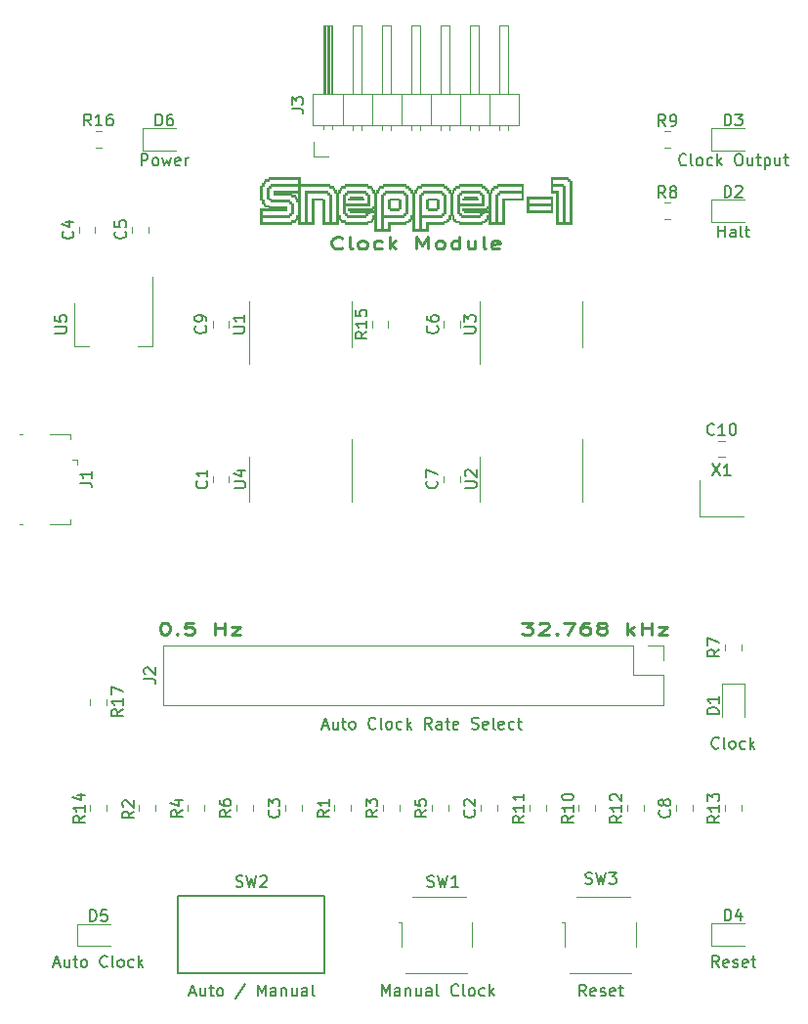
<source format=gbr>
G04 #@! TF.GenerationSoftware,KiCad,Pcbnew,5.1.5-52549c5~84~ubuntu19.10.1*
G04 #@! TF.CreationDate,2020-02-17T22:34:59+13:00*
G04 #@! TF.ProjectId,Snepper-1,536e6570-7065-4722-9d31-2e6b69636164,rev?*
G04 #@! TF.SameCoordinates,Original*
G04 #@! TF.FileFunction,Legend,Top*
G04 #@! TF.FilePolarity,Positive*
%FSLAX46Y46*%
G04 Gerber Fmt 4.6, Leading zero omitted, Abs format (unit mm)*
G04 Created by KiCad (PCBNEW 5.1.5-52549c5~84~ubuntu19.10.1) date 2020-02-17 22:34:59*
%MOMM*%
%LPD*%
G04 APERTURE LIST*
%ADD10C,0.250000*%
%ADD11C,0.001172*%
%ADD12C,0.100000*%
%ADD13C,0.120000*%
%ADD14C,0.150000*%
G04 APERTURE END LIST*
D10*
X143642857Y-73357142D02*
X143571428Y-73404761D01*
X143357142Y-73452380D01*
X143214285Y-73452380D01*
X143000000Y-73404761D01*
X142857142Y-73309523D01*
X142785714Y-73214285D01*
X142714285Y-73023809D01*
X142714285Y-72880952D01*
X142785714Y-72690476D01*
X142857142Y-72595238D01*
X143000000Y-72500000D01*
X143214285Y-72452380D01*
X143357142Y-72452380D01*
X143571428Y-72500000D01*
X143642857Y-72547619D01*
X144500000Y-73452380D02*
X144357142Y-73404761D01*
X144285714Y-73309523D01*
X144285714Y-72452380D01*
X145285714Y-73452380D02*
X145142857Y-73404761D01*
X145071428Y-73357142D01*
X145000000Y-73261904D01*
X145000000Y-72976190D01*
X145071428Y-72880952D01*
X145142857Y-72833333D01*
X145285714Y-72785714D01*
X145500000Y-72785714D01*
X145642857Y-72833333D01*
X145714285Y-72880952D01*
X145785714Y-72976190D01*
X145785714Y-73261904D01*
X145714285Y-73357142D01*
X145642857Y-73404761D01*
X145500000Y-73452380D01*
X145285714Y-73452380D01*
X147071428Y-73404761D02*
X146928571Y-73452380D01*
X146642857Y-73452380D01*
X146500000Y-73404761D01*
X146428571Y-73357142D01*
X146357142Y-73261904D01*
X146357142Y-72976190D01*
X146428571Y-72880952D01*
X146500000Y-72833333D01*
X146642857Y-72785714D01*
X146928571Y-72785714D01*
X147071428Y-72833333D01*
X147714285Y-73452380D02*
X147714285Y-72452380D01*
X147857142Y-73071428D02*
X148285714Y-73452380D01*
X148285714Y-72785714D02*
X147714285Y-73166666D01*
X150071428Y-73452380D02*
X150071428Y-72452380D01*
X150571428Y-73166666D01*
X151071428Y-72452380D01*
X151071428Y-73452380D01*
X152000000Y-73452380D02*
X151857142Y-73404761D01*
X151785714Y-73357142D01*
X151714285Y-73261904D01*
X151714285Y-72976190D01*
X151785714Y-72880952D01*
X151857142Y-72833333D01*
X152000000Y-72785714D01*
X152214285Y-72785714D01*
X152357142Y-72833333D01*
X152428571Y-72880952D01*
X152500000Y-72976190D01*
X152500000Y-73261904D01*
X152428571Y-73357142D01*
X152357142Y-73404761D01*
X152214285Y-73452380D01*
X152000000Y-73452380D01*
X153785714Y-73452380D02*
X153785714Y-72452380D01*
X153785714Y-73404761D02*
X153642857Y-73452380D01*
X153357142Y-73452380D01*
X153214285Y-73404761D01*
X153142857Y-73357142D01*
X153071428Y-73261904D01*
X153071428Y-72976190D01*
X153142857Y-72880952D01*
X153214285Y-72833333D01*
X153357142Y-72785714D01*
X153642857Y-72785714D01*
X153785714Y-72833333D01*
X155142857Y-72785714D02*
X155142857Y-73452380D01*
X154500000Y-72785714D02*
X154500000Y-73309523D01*
X154571428Y-73404761D01*
X154714285Y-73452380D01*
X154928571Y-73452380D01*
X155071428Y-73404761D01*
X155142857Y-73357142D01*
X156071428Y-73452380D02*
X155928571Y-73404761D01*
X155857142Y-73309523D01*
X155857142Y-72452380D01*
X157214285Y-73404761D02*
X157071428Y-73452380D01*
X156785714Y-73452380D01*
X156642857Y-73404761D01*
X156571428Y-73309523D01*
X156571428Y-72928571D01*
X156642857Y-72833333D01*
X156785714Y-72785714D01*
X157071428Y-72785714D01*
X157214285Y-72833333D01*
X157285714Y-72928571D01*
X157285714Y-73023809D01*
X156571428Y-73119047D01*
X159214285Y-105852380D02*
X160142857Y-105852380D01*
X159642857Y-106233333D01*
X159857142Y-106233333D01*
X160000000Y-106280952D01*
X160071428Y-106328571D01*
X160142857Y-106423809D01*
X160142857Y-106661904D01*
X160071428Y-106757142D01*
X160000000Y-106804761D01*
X159857142Y-106852380D01*
X159428571Y-106852380D01*
X159285714Y-106804761D01*
X159214285Y-106757142D01*
X160714285Y-105947619D02*
X160785714Y-105900000D01*
X160928571Y-105852380D01*
X161285714Y-105852380D01*
X161428571Y-105900000D01*
X161500000Y-105947619D01*
X161571428Y-106042857D01*
X161571428Y-106138095D01*
X161500000Y-106280952D01*
X160642857Y-106852380D01*
X161571428Y-106852380D01*
X162214285Y-106757142D02*
X162285714Y-106804761D01*
X162214285Y-106852380D01*
X162142857Y-106804761D01*
X162214285Y-106757142D01*
X162214285Y-106852380D01*
X162785714Y-105852380D02*
X163785714Y-105852380D01*
X163142857Y-106852380D01*
X165000000Y-105852380D02*
X164714285Y-105852380D01*
X164571428Y-105900000D01*
X164500000Y-105947619D01*
X164357142Y-106090476D01*
X164285714Y-106280952D01*
X164285714Y-106661904D01*
X164357142Y-106757142D01*
X164428571Y-106804761D01*
X164571428Y-106852380D01*
X164857142Y-106852380D01*
X165000000Y-106804761D01*
X165071428Y-106757142D01*
X165142857Y-106661904D01*
X165142857Y-106423809D01*
X165071428Y-106328571D01*
X165000000Y-106280952D01*
X164857142Y-106233333D01*
X164571428Y-106233333D01*
X164428571Y-106280952D01*
X164357142Y-106328571D01*
X164285714Y-106423809D01*
X166000000Y-106280952D02*
X165857142Y-106233333D01*
X165785714Y-106185714D01*
X165714285Y-106090476D01*
X165714285Y-106042857D01*
X165785714Y-105947619D01*
X165857142Y-105900000D01*
X166000000Y-105852380D01*
X166285714Y-105852380D01*
X166428571Y-105900000D01*
X166500000Y-105947619D01*
X166571428Y-106042857D01*
X166571428Y-106090476D01*
X166500000Y-106185714D01*
X166428571Y-106233333D01*
X166285714Y-106280952D01*
X166000000Y-106280952D01*
X165857142Y-106328571D01*
X165785714Y-106376190D01*
X165714285Y-106471428D01*
X165714285Y-106661904D01*
X165785714Y-106757142D01*
X165857142Y-106804761D01*
X166000000Y-106852380D01*
X166285714Y-106852380D01*
X166428571Y-106804761D01*
X166500000Y-106757142D01*
X166571428Y-106661904D01*
X166571428Y-106471428D01*
X166500000Y-106376190D01*
X166428571Y-106328571D01*
X166285714Y-106280952D01*
X168357142Y-106852380D02*
X168357142Y-105852380D01*
X168500000Y-106471428D02*
X168928571Y-106852380D01*
X168928571Y-106185714D02*
X168357142Y-106566666D01*
X169571428Y-106852380D02*
X169571428Y-105852380D01*
X169571428Y-106328571D02*
X170428571Y-106328571D01*
X170428571Y-106852380D02*
X170428571Y-105852380D01*
X171000000Y-106185714D02*
X171785714Y-106185714D01*
X171000000Y-106852380D01*
X171785714Y-106852380D01*
X128192857Y-105852380D02*
X128335714Y-105852380D01*
X128478571Y-105900000D01*
X128550000Y-105947619D01*
X128621428Y-106042857D01*
X128692857Y-106233333D01*
X128692857Y-106471428D01*
X128621428Y-106661904D01*
X128550000Y-106757142D01*
X128478571Y-106804761D01*
X128335714Y-106852380D01*
X128192857Y-106852380D01*
X128050000Y-106804761D01*
X127978571Y-106757142D01*
X127907142Y-106661904D01*
X127835714Y-106471428D01*
X127835714Y-106233333D01*
X127907142Y-106042857D01*
X127978571Y-105947619D01*
X128050000Y-105900000D01*
X128192857Y-105852380D01*
X129335714Y-106757142D02*
X129407142Y-106804761D01*
X129335714Y-106852380D01*
X129264285Y-106804761D01*
X129335714Y-106757142D01*
X129335714Y-106852380D01*
X130764285Y-105852380D02*
X130050000Y-105852380D01*
X129978571Y-106328571D01*
X130050000Y-106280952D01*
X130192857Y-106233333D01*
X130550000Y-106233333D01*
X130692857Y-106280952D01*
X130764285Y-106328571D01*
X130835714Y-106423809D01*
X130835714Y-106661904D01*
X130764285Y-106757142D01*
X130692857Y-106804761D01*
X130550000Y-106852380D01*
X130192857Y-106852380D01*
X130050000Y-106804761D01*
X129978571Y-106757142D01*
X132621428Y-106852380D02*
X132621428Y-105852380D01*
X132621428Y-106328571D02*
X133478571Y-106328571D01*
X133478571Y-106852380D02*
X133478571Y-105852380D01*
X134050000Y-106185714D02*
X134835714Y-106185714D01*
X134050000Y-106852380D01*
X134835714Y-106852380D01*
D11*
G36*
X155699227Y-71101120D02*
G01*
X155699227Y-71025820D01*
X155847607Y-71025820D01*
X155995997Y-71025820D01*
X155995997Y-71101120D01*
X155995997Y-71176420D01*
X155847607Y-71176420D01*
X155699227Y-71176420D01*
X155699227Y-71101120D01*
G37*
X155699227Y-71101120D02*
X155699227Y-71025820D01*
X155847607Y-71025820D01*
X155995997Y-71025820D01*
X155995997Y-71101120D01*
X155995997Y-71176420D01*
X155847607Y-71176420D01*
X155699227Y-71176420D01*
X155699227Y-71101120D01*
G36*
X155995997Y-70950520D02*
G01*
X155995997Y-70875220D01*
X156071297Y-70875220D01*
X156146597Y-70875220D01*
X156146597Y-70950520D01*
X156146597Y-71025820D01*
X156071297Y-71025820D01*
X155995997Y-71025820D01*
X155995997Y-70950520D01*
G37*
X155995997Y-70950520D02*
X155995997Y-70875220D01*
X156071297Y-70875220D01*
X156146597Y-70875220D01*
X156146597Y-70950520D01*
X156146597Y-71025820D01*
X156071297Y-71025820D01*
X155995997Y-71025820D01*
X155995997Y-70950520D01*
G36*
X156447797Y-68474470D02*
G01*
X156447797Y-68323870D01*
X156523097Y-68323870D01*
X156598397Y-68323870D01*
X156598397Y-68474470D01*
X156598397Y-68625070D01*
X156523097Y-68625070D01*
X156447797Y-68625070D01*
X156447797Y-68474470D01*
G37*
X156447797Y-68474470D02*
X156447797Y-68323870D01*
X156523097Y-68323870D01*
X156598397Y-68323870D01*
X156598397Y-68474470D01*
X156598397Y-68625070D01*
X156523097Y-68625070D01*
X156447797Y-68625070D01*
X156447797Y-68474470D01*
G36*
X156744567Y-68102410D02*
G01*
X156744567Y-68027110D01*
X156895167Y-68027110D01*
X157045767Y-68027110D01*
X157045767Y-68102410D01*
X157045767Y-68177710D01*
X156895167Y-68177710D01*
X156744567Y-68177710D01*
X156744567Y-68102410D01*
G37*
X156744567Y-68102410D02*
X156744567Y-68027110D01*
X156895167Y-68027110D01*
X157045767Y-68027110D01*
X157045767Y-68102410D01*
X157045767Y-68177710D01*
X156895167Y-68177710D01*
X156744567Y-68177710D01*
X156744567Y-68102410D01*
G36*
X156598397Y-68250790D02*
G01*
X156598397Y-68177790D01*
X156671497Y-68177790D01*
X156744497Y-68177790D01*
X156744497Y-68250790D01*
X156744497Y-68323790D01*
X156671497Y-68323790D01*
X156598397Y-68323790D01*
X156598397Y-68250790D01*
G37*
X156598397Y-68250790D02*
X156598397Y-68177790D01*
X156671497Y-68177790D01*
X156744497Y-68177790D01*
X156744497Y-68250790D01*
X156744497Y-68323790D01*
X156671497Y-68323790D01*
X156598397Y-68323790D01*
X156598397Y-68250790D01*
G36*
X156297197Y-71098900D02*
G01*
X156297197Y-70875220D01*
X156221897Y-70875220D01*
X156146597Y-70875220D01*
X156146597Y-70724620D01*
X156146597Y-70574020D01*
X156221897Y-70574020D01*
X156297197Y-70574020D01*
X156297197Y-70423420D01*
X156297197Y-70272820D01*
X156297157Y-70051420D01*
X156297157Y-69976120D01*
X156221857Y-69976120D01*
X156146557Y-69976120D01*
X156146557Y-70051420D01*
X156146557Y-70126720D01*
X156221857Y-70126720D01*
X156297157Y-70126720D01*
X156297157Y-70051420D01*
X156297197Y-70272820D01*
X156071297Y-70272820D01*
X155845397Y-70272820D01*
X155845397Y-70348120D01*
X155845397Y-70423420D01*
X155772297Y-70423420D01*
X155699197Y-70423420D01*
X155699197Y-70348120D01*
X155699197Y-70272820D01*
X154948407Y-70272820D01*
X154197618Y-70272820D01*
X154197618Y-70199720D01*
X154197618Y-70126720D01*
X154122318Y-70126720D01*
X154047018Y-70126720D01*
X154047018Y-70051420D01*
X154047018Y-69976120D01*
X155096797Y-69976120D01*
X156146557Y-69976120D01*
X156146557Y-69900820D01*
X156146557Y-69825520D01*
X156221857Y-69825520D01*
X156297157Y-69825520D01*
X156297157Y-69225330D01*
X156297157Y-68625150D01*
X156372457Y-68625150D01*
X156447757Y-68625150D01*
X156447757Y-69900820D01*
X156447757Y-71176490D01*
X156671447Y-71176490D01*
X156895127Y-71176490D01*
X156895127Y-69976120D01*
X156895127Y-68775750D01*
X156970427Y-68775750D01*
X157045727Y-68775750D01*
X157045727Y-69976120D01*
X157045727Y-71176490D01*
X157271627Y-71176490D01*
X157497527Y-71176490D01*
X157497527Y-70126720D01*
X157497527Y-69076950D01*
X158321407Y-69076950D01*
X159145267Y-69076950D01*
X159145267Y-68851050D01*
X159145267Y-68625150D01*
X158170806Y-68625150D01*
X157196327Y-68625150D01*
X157196327Y-68549850D01*
X157196327Y-68474550D01*
X158170806Y-68474550D01*
X159145267Y-68474550D01*
X159145267Y-68250870D01*
X159145267Y-68027180D01*
X158095507Y-68027180D01*
X157045727Y-68027180D01*
X157045727Y-67951880D01*
X157045727Y-67876580D01*
X158170806Y-67876580D01*
X159295867Y-67876580D01*
X159295867Y-68552070D01*
X159295867Y-69227550D01*
X158469787Y-69227550D01*
X157643707Y-69227550D01*
X157643707Y-70275100D01*
X157643707Y-71322660D01*
X156970427Y-71322660D01*
X156297157Y-71322660D01*
X156297157Y-71098980D01*
X156297197Y-71098900D01*
G37*
X156297197Y-71098900D02*
X156297197Y-70875220D01*
X156221897Y-70875220D01*
X156146597Y-70875220D01*
X156146597Y-70724620D01*
X156146597Y-70574020D01*
X156221897Y-70574020D01*
X156297197Y-70574020D01*
X156297197Y-70423420D01*
X156297197Y-70272820D01*
X156297157Y-70051420D01*
X156297157Y-69976120D01*
X156221857Y-69976120D01*
X156146557Y-69976120D01*
X156146557Y-70051420D01*
X156146557Y-70126720D01*
X156221857Y-70126720D01*
X156297157Y-70126720D01*
X156297157Y-70051420D01*
X156297197Y-70272820D01*
X156071297Y-70272820D01*
X155845397Y-70272820D01*
X155845397Y-70348120D01*
X155845397Y-70423420D01*
X155772297Y-70423420D01*
X155699197Y-70423420D01*
X155699197Y-70348120D01*
X155699197Y-70272820D01*
X154948407Y-70272820D01*
X154197618Y-70272820D01*
X154197618Y-70199720D01*
X154197618Y-70126720D01*
X154122318Y-70126720D01*
X154047018Y-70126720D01*
X154047018Y-70051420D01*
X154047018Y-69976120D01*
X155096797Y-69976120D01*
X156146557Y-69976120D01*
X156146557Y-69900820D01*
X156146557Y-69825520D01*
X156221857Y-69825520D01*
X156297157Y-69825520D01*
X156297157Y-69225330D01*
X156297157Y-68625150D01*
X156372457Y-68625150D01*
X156447757Y-68625150D01*
X156447757Y-69900820D01*
X156447757Y-71176490D01*
X156671447Y-71176490D01*
X156895127Y-71176490D01*
X156895127Y-69976120D01*
X156895127Y-68775750D01*
X156970427Y-68775750D01*
X157045727Y-68775750D01*
X157045727Y-69976120D01*
X157045727Y-71176490D01*
X157271627Y-71176490D01*
X157497527Y-71176490D01*
X157497527Y-70126720D01*
X157497527Y-69076950D01*
X158321407Y-69076950D01*
X159145267Y-69076950D01*
X159145267Y-68851050D01*
X159145267Y-68625150D01*
X158170806Y-68625150D01*
X157196327Y-68625150D01*
X157196327Y-68549850D01*
X157196327Y-68474550D01*
X158170806Y-68474550D01*
X159145267Y-68474550D01*
X159145267Y-68250870D01*
X159145267Y-68027180D01*
X158095507Y-68027180D01*
X157045727Y-68027180D01*
X157045727Y-67951880D01*
X157045727Y-67876580D01*
X158170806Y-67876580D01*
X159295867Y-67876580D01*
X159295867Y-68552070D01*
X159295867Y-69227550D01*
X158469787Y-69227550D01*
X157643707Y-69227550D01*
X157643707Y-70275100D01*
X157643707Y-71322660D01*
X156970427Y-71322660D01*
X156297157Y-71322660D01*
X156297157Y-71098980D01*
X156297197Y-71098900D01*
G36*
X147600232Y-69601760D02*
G01*
X147600232Y-69227470D01*
X147675532Y-69227470D01*
X147750832Y-69227470D01*
X147750832Y-69601760D01*
X147750832Y-69976050D01*
X147675532Y-69976050D01*
X147600232Y-69976050D01*
X147600232Y-69601760D01*
G37*
X147600232Y-69601760D02*
X147600232Y-69227470D01*
X147675532Y-69227470D01*
X147750832Y-69227470D01*
X147750832Y-69601760D01*
X147750832Y-69976050D01*
X147675532Y-69976050D01*
X147600232Y-69976050D01*
X147600232Y-69601760D01*
G36*
X147750832Y-69152170D02*
G01*
X147750832Y-69076870D01*
X148125116Y-69076870D01*
X148499402Y-69076870D01*
X148499402Y-69152170D01*
X148499402Y-69227470D01*
X148125116Y-69227470D01*
X147750832Y-69227470D01*
X147750832Y-69152170D01*
G37*
X147750832Y-69152170D02*
X147750832Y-69076870D01*
X148125116Y-69076870D01*
X148499402Y-69076870D01*
X148499402Y-69152170D01*
X148499402Y-69227470D01*
X148125116Y-69227470D01*
X147750832Y-69227470D01*
X147750832Y-69152170D01*
G36*
X147750832Y-70051350D02*
G01*
X147750832Y-69976050D01*
X148125116Y-69976050D01*
X148499402Y-69976050D01*
X148499402Y-70051350D01*
X148499402Y-70126650D01*
X148125116Y-70126650D01*
X147750832Y-70126650D01*
X147750832Y-70051350D01*
G37*
X147750832Y-70051350D02*
X147750832Y-69976050D01*
X148125116Y-69976050D01*
X148499402Y-69976050D01*
X148499402Y-70051350D01*
X148499402Y-70126650D01*
X148125116Y-70126650D01*
X147750832Y-70126650D01*
X147750832Y-70051350D01*
G36*
X149403001Y-70950520D02*
G01*
X149403001Y-70875220D01*
X149476091Y-70875220D01*
X149549181Y-70875220D01*
X149549181Y-70950520D01*
X149549181Y-71025820D01*
X149476091Y-71025820D01*
X149403001Y-71025820D01*
X149403001Y-70950520D01*
G37*
X149403001Y-70950520D02*
X149403001Y-70875220D01*
X149476091Y-70875220D01*
X149549181Y-70875220D01*
X149549181Y-70950520D01*
X149549181Y-71025820D01*
X149476091Y-71025820D01*
X149403001Y-71025820D01*
X149403001Y-70950520D01*
G36*
X149101802Y-71101120D02*
G01*
X149101802Y-71025820D01*
X149252402Y-71025820D01*
X149403001Y-71025820D01*
X149403001Y-71101120D01*
X149403001Y-71176420D01*
X149252402Y-71176420D01*
X149101802Y-71176420D01*
X149101802Y-71101120D01*
G37*
X149101802Y-71101120D02*
X149101802Y-71025820D01*
X149252402Y-71025820D01*
X149403001Y-71025820D01*
X149403001Y-71101120D01*
X149403001Y-71176420D01*
X149252402Y-71176420D01*
X149101802Y-71176420D01*
X149101802Y-71101120D01*
G36*
X147152862Y-68700370D02*
G01*
X147152862Y-68625070D01*
X147228162Y-68625070D01*
X147303462Y-68625070D01*
X147303462Y-68700370D01*
X147303462Y-68775670D01*
X147228162Y-68775670D01*
X147152862Y-68775670D01*
X147152862Y-68700370D01*
G37*
X147152862Y-68700370D02*
X147152862Y-68625070D01*
X147228162Y-68625070D01*
X147303462Y-68625070D01*
X147303462Y-68700370D01*
X147303462Y-68775670D01*
X147228162Y-68775670D01*
X147152862Y-68775670D01*
X147152862Y-68700370D01*
G36*
X146550462Y-68474470D02*
G01*
X146550462Y-68323870D01*
X146625762Y-68323870D01*
X146701062Y-68323870D01*
X146701062Y-68474470D01*
X146701062Y-68625070D01*
X146625762Y-68625070D01*
X146550462Y-68625070D01*
X146550462Y-68474470D01*
G37*
X146550462Y-68474470D02*
X146550462Y-68323870D01*
X146625762Y-68323870D01*
X146701062Y-68323870D01*
X146701062Y-68474470D01*
X146701062Y-68625070D01*
X146625762Y-68625070D01*
X146550462Y-68625070D01*
X146550462Y-68474470D01*
G36*
X146701062Y-68250790D02*
G01*
X146701062Y-68177790D01*
X146776362Y-68177790D01*
X146851662Y-68177790D01*
X146851662Y-68250790D01*
X146851662Y-68323790D01*
X146776362Y-68323790D01*
X146701062Y-68323790D01*
X146701062Y-68250790D01*
G37*
X146701062Y-68250790D02*
X146701062Y-68177790D01*
X146776362Y-68177790D01*
X146851662Y-68177790D01*
X146851662Y-68250790D01*
X146851662Y-68323790D01*
X146776362Y-68323790D01*
X146701062Y-68323790D01*
X146701062Y-68250790D01*
G36*
X146851662Y-68102410D02*
G01*
X146851662Y-68027110D01*
X147002262Y-68027110D01*
X147152862Y-68027110D01*
X147152862Y-68102410D01*
X147152862Y-68177710D01*
X147002262Y-68177710D01*
X146851662Y-68177710D01*
X146851662Y-68102410D01*
G37*
X146851662Y-68102410D02*
X146851662Y-68027110D01*
X147002262Y-68027110D01*
X147152862Y-68027110D01*
X147152862Y-68102410D01*
X147152862Y-68177710D01*
X147002262Y-68177710D01*
X146851662Y-68177710D01*
X146851662Y-68102410D01*
G36*
X147152862Y-67951810D02*
G01*
X147152862Y-67876510D01*
X148127332Y-67876510D01*
X149101802Y-67876510D01*
X149101802Y-67951810D01*
X149101802Y-68027110D01*
X148127332Y-68027110D01*
X147152862Y-68027110D01*
X147152862Y-67951810D01*
G37*
X147152862Y-67951810D02*
X147152862Y-67876510D01*
X148127332Y-67876510D01*
X149101802Y-67876510D01*
X149101802Y-67951810D01*
X149101802Y-68027110D01*
X148127332Y-68027110D01*
X147152862Y-68027110D01*
X147152862Y-67951810D01*
G36*
X147303461Y-68549770D02*
G01*
X147303461Y-68474470D01*
X148127332Y-68474470D01*
X148951202Y-68474470D01*
X148951202Y-68549770D01*
X148951202Y-68625070D01*
X148127332Y-68625070D01*
X147303461Y-68625070D01*
X147303461Y-68549770D01*
G37*
X147303461Y-68549770D02*
X147303461Y-68474470D01*
X148127332Y-68474470D01*
X148951202Y-68474470D01*
X148951202Y-68549770D01*
X148951202Y-68625070D01*
X148127332Y-68625070D01*
X147303461Y-68625070D01*
X147303461Y-68549770D01*
G36*
X146404292Y-71400100D02*
G01*
X146404296Y-70126660D01*
X146404296Y-70051360D01*
X146404296Y-69976060D01*
X146328996Y-69976060D01*
X146253696Y-69976060D01*
X146253696Y-70051360D01*
X146253696Y-70126660D01*
X146328996Y-70126660D01*
X146404296Y-70126660D01*
X146404292Y-71400100D01*
X146404292Y-70875220D01*
X146328992Y-70875220D01*
X146253692Y-70875220D01*
X146253692Y-70724620D01*
X146253692Y-70574020D01*
X146328992Y-70574020D01*
X146404292Y-70574020D01*
X146404292Y-70423420D01*
X146404292Y-70272820D01*
X146178392Y-70272820D01*
X145952492Y-70272820D01*
X145952492Y-70348120D01*
X145952492Y-70423420D01*
X145877192Y-70423420D01*
X145801892Y-70423420D01*
X145801892Y-70348120D01*
X145801892Y-70272820D01*
X145053322Y-70272820D01*
X144304753Y-70272820D01*
X144304753Y-70199720D01*
X144304753Y-70126720D01*
X144229453Y-70126720D01*
X144154153Y-70126720D01*
X144154153Y-70051420D01*
X144154153Y-69976120D01*
X145203924Y-69976120D01*
X146253693Y-69976120D01*
X146253693Y-69900820D01*
X146253693Y-69825520D01*
X146328993Y-69825520D01*
X146404293Y-69825520D01*
X146404293Y-69225330D01*
X146404293Y-68625150D01*
X146477383Y-68625150D01*
X146550473Y-68625150D01*
X146550473Y-70199800D01*
X146550473Y-71774460D01*
X146776373Y-71774460D01*
X147002273Y-71774460D01*
X147002273Y-70275100D01*
X147002273Y-68775750D01*
X147077573Y-68775750D01*
X147152873Y-68775750D01*
X147152873Y-69674920D01*
X147152873Y-70574090D01*
X148052042Y-70574090D01*
X148951212Y-70574090D01*
X148951212Y-70649390D01*
X148951212Y-70724690D01*
X148052042Y-70724690D01*
X147152873Y-70724690D01*
X147152873Y-71249580D01*
X147152873Y-71774460D01*
X147376558Y-71774460D01*
X147600242Y-71774460D01*
X147600242Y-71475480D01*
X147600242Y-71176490D01*
X148351028Y-71176490D01*
X149101812Y-71176490D01*
X149101812Y-71249590D01*
X149101812Y-71322590D01*
X148426321Y-71322590D01*
X147750836Y-71322590D01*
X147750836Y-71623790D01*
X147750836Y-71924990D01*
X147077566Y-71924990D01*
X146404296Y-71924990D01*
X146404296Y-71400110D01*
X146404292Y-71400100D01*
G37*
X146404292Y-71400100D02*
X146404296Y-70126660D01*
X146404296Y-70051360D01*
X146404296Y-69976060D01*
X146328996Y-69976060D01*
X146253696Y-69976060D01*
X146253696Y-70051360D01*
X146253696Y-70126660D01*
X146328996Y-70126660D01*
X146404296Y-70126660D01*
X146404292Y-71400100D01*
X146404292Y-70875220D01*
X146328992Y-70875220D01*
X146253692Y-70875220D01*
X146253692Y-70724620D01*
X146253692Y-70574020D01*
X146328992Y-70574020D01*
X146404292Y-70574020D01*
X146404292Y-70423420D01*
X146404292Y-70272820D01*
X146178392Y-70272820D01*
X145952492Y-70272820D01*
X145952492Y-70348120D01*
X145952492Y-70423420D01*
X145877192Y-70423420D01*
X145801892Y-70423420D01*
X145801892Y-70348120D01*
X145801892Y-70272820D01*
X145053322Y-70272820D01*
X144304753Y-70272820D01*
X144304753Y-70199720D01*
X144304753Y-70126720D01*
X144229453Y-70126720D01*
X144154153Y-70126720D01*
X144154153Y-70051420D01*
X144154153Y-69976120D01*
X145203924Y-69976120D01*
X146253693Y-69976120D01*
X146253693Y-69900820D01*
X146253693Y-69825520D01*
X146328993Y-69825520D01*
X146404293Y-69825520D01*
X146404293Y-69225330D01*
X146404293Y-68625150D01*
X146477383Y-68625150D01*
X146550473Y-68625150D01*
X146550473Y-70199800D01*
X146550473Y-71774460D01*
X146776373Y-71774460D01*
X147002273Y-71774460D01*
X147002273Y-70275100D01*
X147002273Y-68775750D01*
X147077573Y-68775750D01*
X147152873Y-68775750D01*
X147152873Y-69674920D01*
X147152873Y-70574090D01*
X148052042Y-70574090D01*
X148951212Y-70574090D01*
X148951212Y-70649390D01*
X148951212Y-70724690D01*
X148052042Y-70724690D01*
X147152873Y-70724690D01*
X147152873Y-71249580D01*
X147152873Y-71774460D01*
X147376558Y-71774460D01*
X147600242Y-71774460D01*
X147600242Y-71475480D01*
X147600242Y-71176490D01*
X148351028Y-71176490D01*
X149101812Y-71176490D01*
X149101812Y-71249590D01*
X149101812Y-71322590D01*
X148426321Y-71322590D01*
X147750836Y-71322590D01*
X147750836Y-71623790D01*
X147750836Y-71924990D01*
X147077566Y-71924990D01*
X146404296Y-71924990D01*
X146404296Y-71400110D01*
X146404292Y-71400100D01*
G36*
X152997343Y-69599550D02*
G01*
X152997343Y-68625070D01*
X153072643Y-68625070D01*
X153147943Y-68625070D01*
X153147943Y-69599550D01*
X153147943Y-70574020D01*
X153072643Y-70574020D01*
X152997343Y-70574020D01*
X152997343Y-69599550D01*
G37*
X152997343Y-69599550D02*
X152997343Y-68625070D01*
X153072643Y-68625070D01*
X153147943Y-68625070D01*
X153147943Y-69599550D01*
X153147943Y-70574020D01*
X153072643Y-70574020D01*
X152997343Y-70574020D01*
X152997343Y-69599550D01*
G36*
X150450434Y-68700370D02*
G01*
X150450434Y-68625070D01*
X150525734Y-68625070D01*
X150601034Y-68625070D01*
X150601034Y-68700370D01*
X150601034Y-68775670D01*
X150525734Y-68775670D01*
X150450434Y-68775670D01*
X150450434Y-68700370D01*
G37*
X150450434Y-68700370D02*
X150450434Y-68625070D01*
X150525734Y-68625070D01*
X150601034Y-68625070D01*
X150601034Y-68700370D01*
X150601034Y-68775670D01*
X150525734Y-68775670D01*
X150450434Y-68775670D01*
X150450434Y-68700370D01*
G36*
X150601034Y-68549770D02*
G01*
X150601034Y-68474470D01*
X151424904Y-68474470D01*
X152248774Y-68474470D01*
X152248774Y-68549770D01*
X152248774Y-68625070D01*
X151424904Y-68625070D01*
X150601034Y-68625070D01*
X150601034Y-68549770D01*
G37*
X150601034Y-68549770D02*
X150601034Y-68474470D01*
X151424904Y-68474470D01*
X152248774Y-68474470D01*
X152248774Y-68549770D01*
X152248774Y-68625070D01*
X151424904Y-68625070D01*
X150601034Y-68625070D01*
X150601034Y-68549770D01*
G36*
X152248774Y-68700370D02*
G01*
X152248774Y-68625070D01*
X152324074Y-68625070D01*
X152399374Y-68625070D01*
X152399374Y-68700370D01*
X152399374Y-68775670D01*
X152324074Y-68775670D01*
X152248774Y-68775670D01*
X152248774Y-68700370D01*
G37*
X152248774Y-68700370D02*
X152248774Y-68625070D01*
X152324074Y-68625070D01*
X152399374Y-68625070D01*
X152399374Y-68700370D01*
X152399374Y-68775670D01*
X152324074Y-68775670D01*
X152248774Y-68775670D01*
X152248774Y-68700370D01*
G36*
X152399373Y-69599550D02*
G01*
X152399373Y-68775670D01*
X152474673Y-68775670D01*
X152549973Y-68775670D01*
X152549973Y-69599550D01*
X152549973Y-70423420D01*
X152474673Y-70423420D01*
X152399373Y-70423420D01*
X152399373Y-69599550D01*
G37*
X152399373Y-69599550D02*
X152399373Y-68775670D01*
X152474673Y-68775670D01*
X152549973Y-68775670D01*
X152549973Y-69599550D01*
X152549973Y-70423420D01*
X152474673Y-70423420D01*
X152399373Y-70423420D01*
X152399373Y-69599550D01*
G36*
X149701863Y-71400100D02*
G01*
X149701863Y-70875220D01*
X149626563Y-70875220D01*
X149551263Y-70875220D01*
X149551263Y-70724620D01*
X149551263Y-70574020D01*
X149626563Y-70574020D01*
X149701863Y-70574020D01*
X149701863Y-69599550D01*
X149701863Y-68625070D01*
X149777163Y-68625070D01*
X149852463Y-68625070D01*
X149852463Y-70199730D01*
X149852463Y-71774380D01*
X150076150Y-71774380D01*
X150299835Y-71774380D01*
X150299835Y-70275030D01*
X150299835Y-68775670D01*
X150375135Y-68775670D01*
X150450435Y-68775670D01*
X150450435Y-69674850D01*
X150450435Y-70574020D01*
X151349605Y-70574020D01*
X152248775Y-70574020D01*
X152248775Y-70649320D01*
X152248775Y-70724620D01*
X151349605Y-70724620D01*
X150450435Y-70724620D01*
X150450435Y-71249500D01*
X150450435Y-71774380D01*
X150674119Y-71774380D01*
X150897805Y-71774380D01*
X150897805Y-71475400D01*
X150897805Y-71176420D01*
X151648590Y-71176420D01*
X152399374Y-71176420D01*
X152399374Y-71249520D01*
X152399374Y-71322520D01*
X151723890Y-71322520D01*
X151048405Y-71322520D01*
X151048405Y-71623720D01*
X151048405Y-71924920D01*
X150375135Y-71924920D01*
X149701864Y-71924920D01*
X149701864Y-71400040D01*
X149701863Y-71400100D01*
G37*
X149701863Y-71400100D02*
X149701863Y-70875220D01*
X149626563Y-70875220D01*
X149551263Y-70875220D01*
X149551263Y-70724620D01*
X149551263Y-70574020D01*
X149626563Y-70574020D01*
X149701863Y-70574020D01*
X149701863Y-69599550D01*
X149701863Y-68625070D01*
X149777163Y-68625070D01*
X149852463Y-68625070D01*
X149852463Y-70199730D01*
X149852463Y-71774380D01*
X150076150Y-71774380D01*
X150299835Y-71774380D01*
X150299835Y-70275030D01*
X150299835Y-68775670D01*
X150375135Y-68775670D01*
X150450435Y-68775670D01*
X150450435Y-69674850D01*
X150450435Y-70574020D01*
X151349605Y-70574020D01*
X152248775Y-70574020D01*
X152248775Y-70649320D01*
X152248775Y-70724620D01*
X151349605Y-70724620D01*
X150450435Y-70724620D01*
X150450435Y-71249500D01*
X150450435Y-71774380D01*
X150674119Y-71774380D01*
X150897805Y-71774380D01*
X150897805Y-71475400D01*
X150897805Y-71176420D01*
X151648590Y-71176420D01*
X152399374Y-71176420D01*
X152399374Y-71249520D01*
X152399374Y-71322520D01*
X151723890Y-71322520D01*
X151048405Y-71322520D01*
X151048405Y-71623720D01*
X151048405Y-71924920D01*
X150375135Y-71924920D01*
X149701864Y-71924920D01*
X149701864Y-71400040D01*
X149701863Y-71400100D01*
G36*
X152248774Y-70498720D02*
G01*
X152248774Y-70423420D01*
X152324074Y-70423420D01*
X152399374Y-70423420D01*
X152399374Y-70498720D01*
X152399374Y-70574020D01*
X152324074Y-70574020D01*
X152248774Y-70574020D01*
X152248774Y-70498720D01*
G37*
X152248774Y-70498720D02*
X152248774Y-70423420D01*
X152324074Y-70423420D01*
X152399374Y-70423420D01*
X152399374Y-70498720D01*
X152399374Y-70574020D01*
X152324074Y-70574020D01*
X152248774Y-70574020D01*
X152248774Y-70498720D01*
G36*
X152399373Y-71101120D02*
G01*
X152399373Y-71025820D01*
X152549973Y-71025820D01*
X152700573Y-71025820D01*
X152700573Y-71101120D01*
X152700573Y-71176420D01*
X152549973Y-71176420D01*
X152399373Y-71176420D01*
X152399373Y-71101120D01*
G37*
X152399373Y-71101120D02*
X152399373Y-71025820D01*
X152549973Y-71025820D01*
X152700573Y-71025820D01*
X152700573Y-71101120D01*
X152700573Y-71176420D01*
X152549973Y-71176420D01*
X152399373Y-71176420D01*
X152399373Y-71101120D01*
G36*
X152700573Y-70950520D02*
G01*
X152700573Y-70875220D01*
X152773663Y-70875220D01*
X152846753Y-70875220D01*
X152846753Y-70950520D01*
X152846753Y-71025820D01*
X152773663Y-71025820D01*
X152700573Y-71025820D01*
X152700573Y-70950520D01*
G37*
X152700573Y-70950520D02*
X152700573Y-70875220D01*
X152773663Y-70875220D01*
X152846753Y-70875220D01*
X152846753Y-70950520D01*
X152846753Y-71025820D01*
X152773663Y-71025820D01*
X152700573Y-71025820D01*
X152700573Y-70950520D01*
G36*
X152846744Y-70724620D02*
G01*
X152846744Y-70574020D01*
X152922044Y-70574020D01*
X152997344Y-70574020D01*
X152997344Y-70724620D01*
X152997344Y-70875220D01*
X152922044Y-70875220D01*
X152846744Y-70875220D01*
X152846744Y-70724620D01*
G37*
X152846744Y-70724620D02*
X152846744Y-70574020D01*
X152922044Y-70574020D01*
X152997344Y-70574020D01*
X152997344Y-70724620D01*
X152997344Y-70875220D01*
X152922044Y-70875220D01*
X152846744Y-70875220D01*
X152846744Y-70724620D01*
G36*
X153147944Y-70724620D02*
G01*
X153147944Y-70574020D01*
X153223244Y-70574020D01*
X153298544Y-70574020D01*
X153298544Y-70724620D01*
X153298544Y-70875220D01*
X153223244Y-70875220D01*
X153147944Y-70875220D01*
X153147944Y-70724620D01*
G37*
X153147944Y-70724620D02*
X153147944Y-70574020D01*
X153223244Y-70574020D01*
X153298544Y-70574020D01*
X153298544Y-70724620D01*
X153298544Y-70875220D01*
X153223244Y-70875220D01*
X153147944Y-70875220D01*
X153147944Y-70724620D01*
G36*
X153298543Y-70950520D02*
G01*
X153298543Y-70875220D01*
X153373843Y-70875220D01*
X153449143Y-70875220D01*
X153449143Y-70950520D01*
X153449143Y-71025820D01*
X153373843Y-71025820D01*
X153298543Y-71025820D01*
X153298543Y-70950520D01*
G37*
X153298543Y-70950520D02*
X153298543Y-70875220D01*
X153373843Y-70875220D01*
X153449143Y-70875220D01*
X153449143Y-70950520D01*
X153449143Y-71025820D01*
X153373843Y-71025820D01*
X153298543Y-71025820D01*
X153298543Y-70950520D01*
G36*
X153449143Y-71101120D02*
G01*
X153449143Y-71025820D01*
X153599743Y-71025820D01*
X153750341Y-71025820D01*
X153750341Y-71101120D01*
X153750341Y-71176420D01*
X153599743Y-71176420D01*
X153449143Y-71176420D01*
X153449143Y-71101120D01*
G37*
X153449143Y-71101120D02*
X153449143Y-71025820D01*
X153599743Y-71025820D01*
X153750341Y-71025820D01*
X153750341Y-71101120D01*
X153750341Y-71176420D01*
X153599743Y-71176420D01*
X153449143Y-71176420D01*
X153449143Y-71101120D01*
G36*
X153750341Y-71249500D02*
G01*
X153750341Y-71176400D01*
X154722596Y-71176400D01*
X155694847Y-71176400D01*
X155694847Y-71249500D01*
X155694847Y-71322500D01*
X154722596Y-71322500D01*
X153750341Y-71322500D01*
X153750341Y-71249500D01*
G37*
X153750341Y-71249500D02*
X153750341Y-71176400D01*
X154722596Y-71176400D01*
X155694847Y-71176400D01*
X155694847Y-71249500D01*
X155694847Y-71322500D01*
X154722596Y-71322500D01*
X153750341Y-71322500D01*
X153750341Y-71249500D01*
G36*
X155694847Y-68102410D02*
G01*
X155694847Y-68027110D01*
X155845447Y-68027110D01*
X155996047Y-68027110D01*
X155996047Y-68102410D01*
X155996047Y-68177710D01*
X155845447Y-68177710D01*
X155694847Y-68177710D01*
X155694847Y-68102410D01*
G37*
X155694847Y-68102410D02*
X155694847Y-68027110D01*
X155845447Y-68027110D01*
X155996047Y-68027110D01*
X155996047Y-68102410D01*
X155996047Y-68177710D01*
X155845447Y-68177710D01*
X155694847Y-68177710D01*
X155694847Y-68102410D01*
G36*
X155996047Y-68250790D02*
G01*
X155996047Y-68177790D01*
X156071347Y-68177790D01*
X156146647Y-68177790D01*
X156146647Y-68250790D01*
X156146647Y-68323790D01*
X156071347Y-68323790D01*
X155996047Y-68323790D01*
X155996047Y-68250790D01*
G37*
X155996047Y-68250790D02*
X155996047Y-68177790D01*
X156071347Y-68177790D01*
X156146647Y-68177790D01*
X156146647Y-68250790D01*
X156146647Y-68323790D01*
X156071347Y-68323790D01*
X155996047Y-68323790D01*
X155996047Y-68250790D01*
G36*
X156146647Y-68474470D02*
G01*
X156146647Y-68323870D01*
X156221947Y-68323870D01*
X156297247Y-68323870D01*
X156297247Y-68474470D01*
X156297247Y-68625070D01*
X156221947Y-68625070D01*
X156146647Y-68625070D01*
X156146647Y-68474470D01*
G37*
X156146647Y-68474470D02*
X156146647Y-68323870D01*
X156221947Y-68323870D01*
X156297247Y-68323870D01*
X156297247Y-68474470D01*
X156297247Y-68625070D01*
X156221947Y-68625070D01*
X156146647Y-68625070D01*
X156146647Y-68474470D01*
G36*
X153750341Y-67951810D02*
G01*
X153750341Y-67876510D01*
X154722596Y-67876510D01*
X155694847Y-67876510D01*
X155694847Y-67951810D01*
X155694847Y-68027110D01*
X154722596Y-68027110D01*
X153750341Y-68027110D01*
X153750341Y-67951810D01*
G37*
X153750341Y-67951810D02*
X153750341Y-67876510D01*
X154722596Y-67876510D01*
X155694847Y-67876510D01*
X155694847Y-67951810D01*
X155694847Y-68027110D01*
X154722596Y-68027110D01*
X153750341Y-68027110D01*
X153750341Y-67951810D01*
G36*
X153449143Y-68102410D02*
G01*
X153449143Y-68027110D01*
X153599743Y-68027110D01*
X153750341Y-68027110D01*
X153750341Y-68102410D01*
X153750341Y-68177710D01*
X153599743Y-68177710D01*
X153449143Y-68177710D01*
X153449143Y-68102410D01*
G37*
X153449143Y-68102410D02*
X153449143Y-68027110D01*
X153599743Y-68027110D01*
X153750341Y-68027110D01*
X153750341Y-68102410D01*
X153750341Y-68177710D01*
X153599743Y-68177710D01*
X153449143Y-68177710D01*
X153449143Y-68102410D01*
G36*
X153298543Y-68250790D02*
G01*
X153298543Y-68177790D01*
X153373843Y-68177790D01*
X153449143Y-68177790D01*
X153449143Y-68250790D01*
X153449143Y-68323790D01*
X153373843Y-68323790D01*
X153298543Y-68323790D01*
X153298543Y-68250790D01*
G37*
X153298543Y-68250790D02*
X153298543Y-68177790D01*
X153373843Y-68177790D01*
X153449143Y-68177790D01*
X153449143Y-68250790D01*
X153449143Y-68323790D01*
X153373843Y-68323790D01*
X153298543Y-68323790D01*
X153298543Y-68250790D01*
G36*
X153147944Y-68474470D02*
G01*
X153147944Y-68323870D01*
X153223244Y-68323870D01*
X153298544Y-68323870D01*
X153298544Y-68474470D01*
X153298544Y-68625070D01*
X153223244Y-68625070D01*
X153147944Y-68625070D01*
X153147944Y-68474470D01*
G37*
X153147944Y-68474470D02*
X153147944Y-68323870D01*
X153223244Y-68323870D01*
X153298544Y-68323870D01*
X153298544Y-68474470D01*
X153298544Y-68625070D01*
X153223244Y-68625070D01*
X153147944Y-68625070D01*
X153147944Y-68474470D01*
G36*
X152846744Y-68474470D02*
G01*
X152846744Y-68323870D01*
X152922044Y-68323870D01*
X152997344Y-68323870D01*
X152997344Y-68474470D01*
X152997344Y-68625070D01*
X152922044Y-68625070D01*
X152846744Y-68625070D01*
X152846744Y-68474470D01*
G37*
X152846744Y-68474470D02*
X152846744Y-68323870D01*
X152922044Y-68323870D01*
X152997344Y-68323870D01*
X152997344Y-68474470D01*
X152997344Y-68625070D01*
X152922044Y-68625070D01*
X152846744Y-68625070D01*
X152846744Y-68474470D01*
G36*
X152700573Y-68250790D02*
G01*
X152700573Y-68177790D01*
X152773663Y-68177790D01*
X152846753Y-68177790D01*
X152846753Y-68250790D01*
X152846753Y-68323790D01*
X152773663Y-68323790D01*
X152700573Y-68323790D01*
X152700573Y-68250790D01*
G37*
X152700573Y-68250790D02*
X152700573Y-68177790D01*
X152773663Y-68177790D01*
X152846753Y-68177790D01*
X152846753Y-68250790D01*
X152846753Y-68323790D01*
X152773663Y-68323790D01*
X152700573Y-68323790D01*
X152700573Y-68250790D01*
G36*
X152399373Y-68102410D02*
G01*
X152399373Y-68027110D01*
X152549973Y-68027110D01*
X152700573Y-68027110D01*
X152700573Y-68102410D01*
X152700573Y-68177710D01*
X152549973Y-68177710D01*
X152399373Y-68177710D01*
X152399373Y-68102410D01*
G37*
X152399373Y-68102410D02*
X152399373Y-68027110D01*
X152549973Y-68027110D01*
X152700573Y-68027110D01*
X152700573Y-68102410D01*
X152700573Y-68177710D01*
X152549973Y-68177710D01*
X152399373Y-68177710D01*
X152399373Y-68102410D01*
G36*
X150450434Y-67951810D02*
G01*
X150450434Y-67876510D01*
X151424904Y-67876510D01*
X152399373Y-67876510D01*
X152399373Y-67951810D01*
X152399373Y-68027110D01*
X151424904Y-68027110D01*
X150450434Y-68027110D01*
X150450434Y-67951810D01*
G37*
X150450434Y-67951810D02*
X150450434Y-67876510D01*
X151424904Y-67876510D01*
X152399373Y-67876510D01*
X152399373Y-67951810D01*
X152399373Y-68027110D01*
X151424904Y-68027110D01*
X150450434Y-68027110D01*
X150450434Y-67951810D01*
G36*
X150149234Y-68102410D02*
G01*
X150149234Y-68027110D01*
X150299834Y-68027110D01*
X150450434Y-68027110D01*
X150450434Y-68102410D01*
X150450434Y-68177710D01*
X150299834Y-68177710D01*
X150149234Y-68177710D01*
X150149234Y-68102410D01*
G37*
X150149234Y-68102410D02*
X150149234Y-68027110D01*
X150299834Y-68027110D01*
X150450434Y-68027110D01*
X150450434Y-68102410D01*
X150450434Y-68177710D01*
X150299834Y-68177710D01*
X150149234Y-68177710D01*
X150149234Y-68102410D01*
G36*
X149998633Y-68250790D02*
G01*
X149998633Y-68177790D01*
X150073934Y-68177790D01*
X150149234Y-68177790D01*
X150149234Y-68250790D01*
X150149234Y-68323790D01*
X150073934Y-68323790D01*
X149998633Y-68323790D01*
X149998633Y-68250790D01*
G37*
X149998633Y-68250790D02*
X149998633Y-68177790D01*
X150073934Y-68177790D01*
X150149234Y-68177790D01*
X150149234Y-68250790D01*
X150149234Y-68323790D01*
X150073934Y-68323790D01*
X149998633Y-68323790D01*
X149998633Y-68250790D01*
G36*
X149099463Y-68102410D02*
G01*
X149099463Y-68027110D01*
X149250063Y-68027110D01*
X149400663Y-68027110D01*
X149400663Y-68102410D01*
X149400663Y-68177710D01*
X149250063Y-68177710D01*
X149099463Y-68177710D01*
X149099463Y-68102410D01*
G37*
X149099463Y-68102410D02*
X149099463Y-68027110D01*
X149250063Y-68027110D01*
X149400663Y-68027110D01*
X149400663Y-68102410D01*
X149400663Y-68177710D01*
X149250063Y-68177710D01*
X149099463Y-68177710D01*
X149099463Y-68102410D01*
G36*
X149400663Y-68250790D02*
G01*
X149400663Y-68177790D01*
X149475963Y-68177790D01*
X149551263Y-68177790D01*
X149551263Y-68250790D01*
X149551263Y-68323790D01*
X149475963Y-68323790D01*
X149400663Y-68323790D01*
X149400663Y-68250790D01*
G37*
X149400663Y-68250790D02*
X149400663Y-68177790D01*
X149475963Y-68177790D01*
X149551263Y-68177790D01*
X149551263Y-68250790D01*
X149551263Y-68323790D01*
X149475963Y-68323790D01*
X149400663Y-68323790D01*
X149400663Y-68250790D01*
G36*
X149551263Y-68474470D02*
G01*
X149551263Y-68323870D01*
X149626563Y-68323870D01*
X149701863Y-68323870D01*
X149701863Y-68474470D01*
X149701863Y-68625070D01*
X149626563Y-68625070D01*
X149551263Y-68625070D01*
X149551263Y-68474470D01*
G37*
X149551263Y-68474470D02*
X149551263Y-68323870D01*
X149626563Y-68323870D01*
X149701863Y-68323870D01*
X149701863Y-68474470D01*
X149701863Y-68625070D01*
X149626563Y-68625070D01*
X149551263Y-68625070D01*
X149551263Y-68474470D01*
G36*
X149852462Y-68474470D02*
G01*
X149852462Y-68323870D01*
X149925552Y-68323870D01*
X149998642Y-68323870D01*
X149998642Y-68474470D01*
X149998642Y-68625070D01*
X149925552Y-68625070D01*
X149852462Y-68625070D01*
X149852462Y-68474470D01*
G37*
X149852462Y-68474470D02*
X149852462Y-68323870D01*
X149925552Y-68323870D01*
X149998642Y-68323870D01*
X149998642Y-68474470D01*
X149998642Y-68625070D01*
X149925552Y-68625070D01*
X149852462Y-68625070D01*
X149852462Y-68474470D01*
G36*
X148953293Y-70498720D02*
G01*
X148953293Y-70423420D01*
X149026383Y-70423420D01*
X149099473Y-70423420D01*
X149099473Y-70498720D01*
X149099473Y-70574020D01*
X149026383Y-70574020D01*
X148953293Y-70574020D01*
X148953293Y-70498720D01*
G37*
X148953293Y-70498720D02*
X148953293Y-70423420D01*
X149026383Y-70423420D01*
X149099473Y-70423420D01*
X149099473Y-70498720D01*
X149099473Y-70574020D01*
X149026383Y-70574020D01*
X148953293Y-70574020D01*
X148953293Y-70498720D01*
G36*
X148953293Y-68700370D02*
G01*
X148953293Y-68625070D01*
X149026383Y-68625070D01*
X149099473Y-68625070D01*
X149099473Y-68700370D01*
X149099473Y-68775670D01*
X149026383Y-68775670D01*
X148953293Y-68775670D01*
X148953293Y-68700370D01*
G37*
X148953293Y-68700370D02*
X148953293Y-68625070D01*
X149026383Y-68625070D01*
X149099473Y-68625070D01*
X149099473Y-68700370D01*
X149099473Y-68775670D01*
X149026383Y-68775670D01*
X148953293Y-68775670D01*
X148953293Y-68700370D01*
G36*
X149099463Y-69599550D02*
G01*
X149099463Y-68775670D01*
X149174763Y-68775670D01*
X149250063Y-68775670D01*
X149250063Y-69599550D01*
X149250063Y-70423420D01*
X149174763Y-70423420D01*
X149099463Y-70423420D01*
X149099463Y-69599550D01*
G37*
X149099463Y-69599550D02*
X149099463Y-68775670D01*
X149174763Y-68775670D01*
X149250063Y-68775670D01*
X149250063Y-69599550D01*
X149250063Y-70423420D01*
X149174763Y-70423420D01*
X149099463Y-70423420D01*
X149099463Y-69599550D01*
G36*
X148501493Y-69601760D02*
G01*
X148501493Y-69227470D01*
X148576793Y-69227470D01*
X148652093Y-69227470D01*
X148652093Y-69601760D01*
X148652093Y-69976050D01*
X148576793Y-69976050D01*
X148501493Y-69976050D01*
X148501493Y-69601760D01*
G37*
X148501493Y-69601760D02*
X148501493Y-69227470D01*
X148576793Y-69227470D01*
X148652093Y-69227470D01*
X148652093Y-69601760D01*
X148652093Y-69976050D01*
X148576793Y-69976050D01*
X148501493Y-69976050D01*
X148501493Y-69601760D01*
G36*
X150897804Y-69601760D02*
G01*
X150897804Y-69227470D01*
X150973104Y-69227470D01*
X151048404Y-69227470D01*
X151048404Y-69601760D01*
X151048404Y-69976050D01*
X150973104Y-69976050D01*
X150897804Y-69976050D01*
X150897804Y-69601760D01*
G37*
X150897804Y-69601760D02*
X150897804Y-69227470D01*
X150973104Y-69227470D01*
X151048404Y-69227470D01*
X151048404Y-69601760D01*
X151048404Y-69976050D01*
X150973104Y-69976050D01*
X150897804Y-69976050D01*
X150897804Y-69601760D01*
G36*
X151048404Y-69152170D02*
G01*
X151048404Y-69076870D01*
X151424904Y-69076870D01*
X151801404Y-69076870D01*
X151801404Y-69152170D01*
X151801404Y-69227470D01*
X151424904Y-69227470D01*
X151048404Y-69227470D01*
X151048404Y-69152170D01*
G37*
X151048404Y-69152170D02*
X151048404Y-69076870D01*
X151424904Y-69076870D01*
X151801404Y-69076870D01*
X151801404Y-69152170D01*
X151801404Y-69227470D01*
X151424904Y-69227470D01*
X151048404Y-69227470D01*
X151048404Y-69152170D01*
G36*
X151801404Y-69601760D02*
G01*
X151801404Y-69227470D01*
X151874494Y-69227470D01*
X151947584Y-69227470D01*
X151947584Y-69601760D01*
X151947584Y-69976050D01*
X151874494Y-69976050D01*
X151801404Y-69976050D01*
X151801404Y-69601760D01*
G37*
X151801404Y-69601760D02*
X151801404Y-69227470D01*
X151874494Y-69227470D01*
X151947584Y-69227470D01*
X151947584Y-69601760D01*
X151947584Y-69976050D01*
X151874494Y-69976050D01*
X151801404Y-69976050D01*
X151801404Y-69601760D01*
G36*
X151048404Y-70051350D02*
G01*
X151048404Y-69976050D01*
X151424904Y-69976050D01*
X151801404Y-69976050D01*
X151801404Y-70051350D01*
X151801404Y-70126650D01*
X151424904Y-70126650D01*
X151048404Y-70126650D01*
X151048404Y-70051350D01*
G37*
X151048404Y-70051350D02*
X151048404Y-69976050D01*
X151424904Y-69976050D01*
X151801404Y-69976050D01*
X151801404Y-70051350D01*
X151801404Y-70126650D01*
X151424904Y-70126650D01*
X151048404Y-70126650D01*
X151048404Y-70051350D01*
G36*
X155545687Y-70498720D02*
G01*
X155545687Y-70423420D01*
X155620987Y-70423420D01*
X155696287Y-70423420D01*
X155696287Y-70498720D01*
X155696287Y-70574020D01*
X155620987Y-70574020D01*
X155545687Y-70574020D01*
X155545687Y-70498720D01*
G37*
X155545687Y-70498720D02*
X155545687Y-70423420D01*
X155620987Y-70423420D01*
X155696287Y-70423420D01*
X155696287Y-70498720D01*
X155696287Y-70574020D01*
X155620987Y-70574020D01*
X155545687Y-70574020D01*
X155545687Y-70498720D01*
G36*
X153747356Y-70498720D02*
G01*
X153747356Y-70423420D01*
X153822656Y-70423420D01*
X153897956Y-70423420D01*
X153897956Y-70498720D01*
X153897956Y-70574020D01*
X153822656Y-70574020D01*
X153747356Y-70574020D01*
X153747356Y-70498720D01*
G37*
X153747356Y-70498720D02*
X153747356Y-70423420D01*
X153822656Y-70423420D01*
X153897956Y-70423420D01*
X153897956Y-70498720D01*
X153897956Y-70574020D01*
X153822656Y-70574020D01*
X153747356Y-70574020D01*
X153747356Y-70498720D01*
G36*
X153897956Y-70649320D02*
G01*
X153897956Y-70574020D01*
X154721823Y-70574020D01*
X155545687Y-70574020D01*
X155545687Y-70649320D01*
X155545687Y-70724620D01*
X154721823Y-70724620D01*
X153897956Y-70724620D01*
X153897956Y-70649320D01*
G37*
X153897956Y-70649320D02*
X153897956Y-70574020D01*
X154721823Y-70574020D01*
X155545687Y-70574020D01*
X155545687Y-70649320D01*
X155545687Y-70724620D01*
X154721823Y-70724620D01*
X153897956Y-70724620D01*
X153897956Y-70649320D01*
G36*
X153747356Y-68700370D02*
G01*
X153747356Y-68625070D01*
X153822656Y-68625070D01*
X153897956Y-68625070D01*
X153897956Y-68700370D01*
X153897956Y-68775670D01*
X153822656Y-68775670D01*
X153747356Y-68775670D01*
X153747356Y-68700370D01*
G37*
X153747356Y-68700370D02*
X153747356Y-68625070D01*
X153822656Y-68625070D01*
X153897956Y-68625070D01*
X153897956Y-68700370D01*
X153897956Y-68775670D01*
X153822656Y-68775670D01*
X153747356Y-68775670D01*
X153747356Y-68700370D01*
G36*
X153596754Y-69599550D02*
G01*
X153596754Y-68775670D01*
X153672054Y-68775670D01*
X153747354Y-68775670D01*
X153747354Y-69149960D01*
X153747354Y-69524250D01*
X154721821Y-69524250D01*
X155696287Y-69524250D01*
X155696287Y-69149960D01*
X155696287Y-68775670D01*
X155771587Y-68775670D01*
X155846887Y-68775670D01*
X155846887Y-69225260D01*
X155846887Y-69674850D01*
X154797121Y-69674850D01*
X153747354Y-69674850D01*
X153747354Y-70049130D01*
X153747354Y-70423420D01*
X153672054Y-70423420D01*
X153596754Y-70423420D01*
X153596754Y-69599550D01*
G37*
X153596754Y-69599550D02*
X153596754Y-68775670D01*
X153672054Y-68775670D01*
X153747354Y-68775670D01*
X153747354Y-69149960D01*
X153747354Y-69524250D01*
X154721821Y-69524250D01*
X155696287Y-69524250D01*
X155696287Y-69149960D01*
X155696287Y-68775670D01*
X155771587Y-68775670D01*
X155846887Y-68775670D01*
X155846887Y-69225260D01*
X155846887Y-69674850D01*
X154797121Y-69674850D01*
X153747354Y-69674850D01*
X153747354Y-70049130D01*
X153747354Y-70423420D01*
X153672054Y-70423420D01*
X153596754Y-70423420D01*
X153596754Y-69599550D01*
G36*
X155545687Y-68700370D02*
G01*
X155545687Y-68625070D01*
X155620987Y-68625070D01*
X155696287Y-68625070D01*
X155696287Y-68700370D01*
X155696287Y-68775670D01*
X155620987Y-68775670D01*
X155545687Y-68775670D01*
X155545687Y-68700370D01*
G37*
X155545687Y-68700370D02*
X155545687Y-68625070D01*
X155620987Y-68625070D01*
X155696287Y-68625070D01*
X155696287Y-68700370D01*
X155696287Y-68775670D01*
X155620987Y-68775670D01*
X155545687Y-68775670D01*
X155545687Y-68700370D01*
G36*
X153897956Y-68549770D02*
G01*
X153897956Y-68474470D01*
X154721823Y-68474470D01*
X155545687Y-68474470D01*
X155545687Y-68549770D01*
X155545687Y-68625070D01*
X154721823Y-68625070D01*
X153897956Y-68625070D01*
X153897956Y-68549770D01*
G37*
X153897956Y-68549770D02*
X153897956Y-68474470D01*
X154721823Y-68474470D01*
X155545687Y-68474470D01*
X155545687Y-68549770D01*
X155545687Y-68625070D01*
X154721823Y-68625070D01*
X153897956Y-68625070D01*
X153897956Y-68549770D01*
G36*
X154048556Y-69152170D02*
G01*
X154048556Y-69076870D01*
X154123856Y-69076870D01*
X154199156Y-69076870D01*
X154199156Y-69001570D01*
X154199156Y-68926270D01*
X154724036Y-68926270D01*
X155248927Y-68926270D01*
X155248927Y-69001570D01*
X155248927Y-69076870D01*
X155321927Y-69076870D01*
X155395027Y-69076870D01*
X155395027Y-69152170D01*
X155395027Y-69227470D01*
X154721756Y-69227470D01*
X154048488Y-69227470D01*
X154048488Y-69152170D01*
X154048556Y-69152170D01*
G37*
X154048556Y-69152170D02*
X154048556Y-69076870D01*
X154123856Y-69076870D01*
X154199156Y-69076870D01*
X154199156Y-69001570D01*
X154199156Y-68926270D01*
X154724036Y-68926270D01*
X155248927Y-68926270D01*
X155248927Y-69001570D01*
X155248927Y-69076870D01*
X155321927Y-69076870D01*
X155395027Y-69076870D01*
X155395027Y-69152170D01*
X155395027Y-69227470D01*
X154721756Y-69227470D01*
X154048488Y-69227470D01*
X154048488Y-69152170D01*
X154048556Y-69152170D01*
G36*
X157047267Y-68700370D02*
G01*
X157047267Y-68625070D01*
X157122567Y-68625070D01*
X157197867Y-68625070D01*
X157197867Y-68700370D01*
X157197867Y-68775670D01*
X157122567Y-68775670D01*
X157047267Y-68775670D01*
X157047267Y-68700370D01*
G37*
X157047267Y-68700370D02*
X157047267Y-68625070D01*
X157122567Y-68625070D01*
X157197867Y-68625070D01*
X157197867Y-68700370D01*
X157197867Y-68775670D01*
X157122567Y-68775670D01*
X157047267Y-68775670D01*
X157047267Y-68700370D01*
G36*
X159592507Y-69599550D02*
G01*
X161692057Y-69674850D01*
X160717577Y-69674850D01*
X159743107Y-69674850D01*
X159743107Y-69900750D01*
X159743107Y-70126650D01*
X160717577Y-70126650D01*
X161692057Y-70126650D01*
X161692057Y-69900750D01*
X161692057Y-69674850D01*
X159592507Y-69599550D01*
X159743107Y-69076870D01*
X159743107Y-69300560D01*
X159743107Y-69524250D01*
X160717577Y-69524250D01*
X161692057Y-69524250D01*
X161692057Y-69300560D01*
X161692057Y-69076870D01*
X160717577Y-69076870D01*
X159743107Y-69076870D01*
X159592507Y-69599550D01*
X159592507Y-68926270D01*
X160717577Y-68926270D01*
X161842657Y-68926270D01*
X161842657Y-69599550D01*
X161842657Y-70272820D01*
X160717577Y-70272820D01*
X159592507Y-70272820D01*
X159592507Y-69599550D01*
G37*
X159592507Y-69599550D02*
X161692057Y-69674850D01*
X160717577Y-69674850D01*
X159743107Y-69674850D01*
X159743107Y-69900750D01*
X159743107Y-70126650D01*
X160717577Y-70126650D01*
X161692057Y-70126650D01*
X161692057Y-69900750D01*
X161692057Y-69674850D01*
X159592507Y-69599550D01*
X159743107Y-69076870D01*
X159743107Y-69300560D01*
X159743107Y-69524250D01*
X160717577Y-69524250D01*
X161692057Y-69524250D01*
X161692057Y-69300560D01*
X161692057Y-69076870D01*
X160717577Y-69076870D01*
X159743107Y-69076870D01*
X159592507Y-69599550D01*
X159592507Y-68926270D01*
X160717577Y-68926270D01*
X161842657Y-68926270D01*
X161842657Y-69599550D01*
X161842657Y-70272820D01*
X160717577Y-70272820D01*
X159592507Y-70272820D01*
X159592507Y-69599550D01*
G36*
X163193617Y-67500010D02*
G01*
X163193617Y-67424710D01*
X163268917Y-67424710D01*
X163344217Y-67424710D01*
X163344217Y-67500010D01*
X163344217Y-67575310D01*
X163268917Y-67575310D01*
X163193617Y-67575310D01*
X163193617Y-67500010D01*
G37*
X163193617Y-67500010D02*
X163193617Y-67424710D01*
X163268917Y-67424710D01*
X163344217Y-67424710D01*
X163344217Y-67500010D01*
X163344217Y-67575310D01*
X163268917Y-67575310D01*
X163193617Y-67575310D01*
X163193617Y-67500010D01*
G36*
X162143857Y-69973830D02*
G01*
X162294287Y-68474410D01*
X162294287Y-69825380D01*
X162294287Y-71176350D01*
X162517967Y-71176350D01*
X162741657Y-71176350D01*
X162741657Y-69601690D01*
X162741657Y-68027040D01*
X162292067Y-68027040D01*
X161842487Y-68027040D01*
X161842487Y-68250730D01*
X161842487Y-68474410D01*
X162068387Y-68474410D01*
X162294287Y-68474410D01*
X162143857Y-69973830D01*
X162143857Y-68625070D01*
X161917957Y-68625070D01*
X161692057Y-68625070D01*
X161692057Y-67951810D01*
X161692057Y-67278540D01*
X162442837Y-67278540D01*
X163193617Y-67278540D01*
X163193617Y-67351640D01*
X163193617Y-67424640D01*
X162518137Y-67424640D01*
X161842657Y-67424640D01*
X161842657Y-67650540D01*
X161842657Y-67876440D01*
X162292237Y-67876440D01*
X162741817Y-67876440D01*
X162741817Y-67951740D01*
X162741817Y-68027040D01*
X162817117Y-68027040D01*
X162892417Y-68027040D01*
X162892417Y-69601690D01*
X162892417Y-71176350D01*
X163118317Y-71176350D01*
X163344217Y-71176350D01*
X163344217Y-69375790D01*
X163344217Y-67575240D01*
X163417217Y-67575240D01*
X163490217Y-67575240D01*
X163490217Y-69448880D01*
X163490217Y-71322520D01*
X162816957Y-71322520D01*
X162143687Y-71322520D01*
X162143687Y-69973760D01*
X162143857Y-69973830D01*
G37*
X162143857Y-69973830D02*
X162294287Y-68474410D01*
X162294287Y-69825380D01*
X162294287Y-71176350D01*
X162517967Y-71176350D01*
X162741657Y-71176350D01*
X162741657Y-69601690D01*
X162741657Y-68027040D01*
X162292067Y-68027040D01*
X161842487Y-68027040D01*
X161842487Y-68250730D01*
X161842487Y-68474410D01*
X162068387Y-68474410D01*
X162294287Y-68474410D01*
X162143857Y-69973830D01*
X162143857Y-68625070D01*
X161917957Y-68625070D01*
X161692057Y-68625070D01*
X161692057Y-67951810D01*
X161692057Y-67278540D01*
X162442837Y-67278540D01*
X163193617Y-67278540D01*
X163193617Y-67351640D01*
X163193617Y-67424640D01*
X162518137Y-67424640D01*
X161842657Y-67424640D01*
X161842657Y-67650540D01*
X161842657Y-67876440D01*
X162292237Y-67876440D01*
X162741817Y-67876440D01*
X162741817Y-67951740D01*
X162741817Y-68027040D01*
X162817117Y-68027040D01*
X162892417Y-68027040D01*
X162892417Y-69601690D01*
X162892417Y-71176350D01*
X163118317Y-71176350D01*
X163344217Y-71176350D01*
X163344217Y-69375790D01*
X163344217Y-67575240D01*
X163417217Y-67575240D01*
X163490217Y-67575240D01*
X163490217Y-69448880D01*
X163490217Y-71322520D01*
X162816957Y-71322520D01*
X162143687Y-71322520D01*
X162143687Y-69973760D01*
X162143857Y-69973830D01*
G36*
X145651292Y-70498720D02*
G01*
X145651292Y-70423420D01*
X145726592Y-70423420D01*
X145801892Y-70423420D01*
X145801892Y-70498720D01*
X145801892Y-70574020D01*
X145726592Y-70574020D01*
X145651292Y-70574020D01*
X145651292Y-70498720D01*
G37*
X145651292Y-70498720D02*
X145651292Y-70423420D01*
X145726592Y-70423420D01*
X145801892Y-70423420D01*
X145801892Y-70498720D01*
X145801892Y-70574020D01*
X145726592Y-70574020D01*
X145651292Y-70574020D01*
X145651292Y-70498720D01*
G36*
X144003553Y-70649320D02*
G01*
X144003553Y-70574020D01*
X144827423Y-70574020D01*
X145651292Y-70574020D01*
X145651292Y-70649320D01*
X145651292Y-70724620D01*
X144827423Y-70724620D01*
X144003553Y-70724620D01*
X144003553Y-70649320D01*
G37*
X144003553Y-70649320D02*
X144003553Y-70574020D01*
X144827423Y-70574020D01*
X145651292Y-70574020D01*
X145651292Y-70649320D01*
X145651292Y-70724620D01*
X144827423Y-70724620D01*
X144003553Y-70724620D01*
X144003553Y-70649320D01*
G36*
X146103092Y-70950520D02*
G01*
X146103092Y-70875220D01*
X146178392Y-70875220D01*
X146253692Y-70875220D01*
X146253692Y-70950520D01*
X146253692Y-71025820D01*
X146178392Y-71025820D01*
X146103092Y-71025820D01*
X146103092Y-70950520D01*
G37*
X146103092Y-70950520D02*
X146103092Y-70875220D01*
X146178392Y-70875220D01*
X146253692Y-70875220D01*
X146253692Y-70950520D01*
X146253692Y-71025820D01*
X146178392Y-71025820D01*
X146103092Y-71025820D01*
X146103092Y-70950520D01*
G36*
X145801892Y-71101120D02*
G01*
X145801892Y-71025820D01*
X145952492Y-71025820D01*
X146103092Y-71025820D01*
X146103092Y-71101120D01*
X146103092Y-71176420D01*
X145952492Y-71176420D01*
X145801892Y-71176420D01*
X145801892Y-71101120D01*
G37*
X145801892Y-71101120D02*
X145801892Y-71025820D01*
X145952492Y-71025820D01*
X146103092Y-71025820D01*
X146103092Y-71101120D01*
X146103092Y-71176420D01*
X145952492Y-71176420D01*
X145801892Y-71176420D01*
X145801892Y-71101120D01*
G36*
X143852953Y-71249500D02*
G01*
X143852953Y-71176400D01*
X144827423Y-71176400D01*
X145801892Y-71176400D01*
X145801892Y-71249500D01*
X145801892Y-71322500D01*
X144827423Y-71322500D01*
X143852953Y-71322500D01*
X143852953Y-71249500D01*
G37*
X143852953Y-71249500D02*
X143852953Y-71176400D01*
X144827423Y-71176400D01*
X145801892Y-71176400D01*
X145801892Y-71249500D01*
X145801892Y-71322500D01*
X144827423Y-71322500D01*
X143852953Y-71322500D01*
X143852953Y-71249500D01*
G36*
X143852953Y-70498720D02*
G01*
X143852953Y-70423420D01*
X143928253Y-70423420D01*
X144003553Y-70423420D01*
X144003553Y-70498720D01*
X144003553Y-70574020D01*
X143928253Y-70574020D01*
X143852953Y-70574020D01*
X143852953Y-70498720D01*
G37*
X143852953Y-70498720D02*
X143852953Y-70423420D01*
X143928253Y-70423420D01*
X144003553Y-70423420D01*
X144003553Y-70498720D01*
X144003553Y-70574020D01*
X143928253Y-70574020D01*
X143852953Y-70574020D01*
X143852953Y-70498720D01*
G36*
X146253692Y-68474470D02*
G01*
X146253692Y-68323870D01*
X146328992Y-68323870D01*
X146404292Y-68323870D01*
X146404292Y-68474470D01*
X146404292Y-68625070D01*
X146328992Y-68625070D01*
X146253692Y-68625070D01*
X146253692Y-68474470D01*
G37*
X146253692Y-68474470D02*
X146253692Y-68323870D01*
X146328992Y-68323870D01*
X146404292Y-68323870D01*
X146404292Y-68474470D01*
X146404292Y-68625070D01*
X146328992Y-68625070D01*
X146253692Y-68625070D01*
X146253692Y-68474470D01*
G36*
X146103092Y-68250790D02*
G01*
X146103092Y-68177790D01*
X146178392Y-68177790D01*
X146253692Y-68177790D01*
X146253692Y-68250790D01*
X146253692Y-68323790D01*
X146178392Y-68323790D01*
X146103092Y-68323790D01*
X146103092Y-68250790D01*
G37*
X146103092Y-68250790D02*
X146103092Y-68177790D01*
X146178392Y-68177790D01*
X146253692Y-68177790D01*
X146253692Y-68250790D01*
X146253692Y-68323790D01*
X146178392Y-68323790D01*
X146103092Y-68323790D01*
X146103092Y-68250790D01*
G36*
X145801892Y-68102410D02*
G01*
X145801892Y-68027110D01*
X145952492Y-68027110D01*
X146103092Y-68027110D01*
X146103092Y-68102410D01*
X146103092Y-68177710D01*
X145952492Y-68177710D01*
X145801892Y-68177710D01*
X145801892Y-68102410D01*
G37*
X145801892Y-68102410D02*
X145801892Y-68027110D01*
X145952492Y-68027110D01*
X146103092Y-68027110D01*
X146103092Y-68102410D01*
X146103092Y-68177710D01*
X145952492Y-68177710D01*
X145801892Y-68177710D01*
X145801892Y-68102410D01*
G36*
X143852953Y-68700370D02*
G01*
X143852953Y-68625070D01*
X143928253Y-68625070D01*
X144003553Y-68625070D01*
X144003553Y-68700370D01*
X144003553Y-68775670D01*
X143928253Y-68775670D01*
X143852953Y-68775670D01*
X143852953Y-68700370D01*
G37*
X143852953Y-68700370D02*
X143852953Y-68625070D01*
X143928253Y-68625070D01*
X144003553Y-68625070D01*
X144003553Y-68700370D01*
X144003553Y-68775670D01*
X143928253Y-68775670D01*
X143852953Y-68775670D01*
X143852953Y-68700370D01*
G36*
X144003553Y-68549770D02*
G01*
X144003553Y-68474470D01*
X144827423Y-68474470D01*
X145651292Y-68474470D01*
X145651292Y-68549770D01*
X145651292Y-68625070D01*
X144827423Y-68625070D01*
X144003553Y-68625070D01*
X144003553Y-68549770D01*
G37*
X144003553Y-68549770D02*
X144003553Y-68474470D01*
X144827423Y-68474470D01*
X145651292Y-68474470D01*
X145651292Y-68549770D01*
X145651292Y-68625070D01*
X144827423Y-68625070D01*
X144003553Y-68625070D01*
X144003553Y-68549770D01*
G36*
X145651292Y-68700370D02*
G01*
X145651292Y-68625070D01*
X145726592Y-68625070D01*
X145801892Y-68625070D01*
X145801892Y-68700370D01*
X145801892Y-68775670D01*
X145726592Y-68775670D01*
X145651292Y-68775670D01*
X145651292Y-68700370D01*
G37*
X145651292Y-68700370D02*
X145651292Y-68625070D01*
X145726592Y-68625070D01*
X145801892Y-68625070D01*
X145801892Y-68700370D01*
X145801892Y-68775670D01*
X145726592Y-68775670D01*
X145651292Y-68775670D01*
X145651292Y-68700370D01*
G36*
X143702353Y-69599550D02*
G01*
X143702353Y-68775670D01*
X143777653Y-68775670D01*
X143852953Y-68775670D01*
X143852953Y-69149960D01*
X143852953Y-69524250D01*
X144827423Y-69524250D01*
X145801892Y-69524250D01*
X145801892Y-69149960D01*
X145801892Y-68775670D01*
X145877192Y-68775670D01*
X145952492Y-68775670D01*
X145952492Y-69225260D01*
X145952492Y-69674850D01*
X144902723Y-69674850D01*
X143852953Y-69674850D01*
X143852953Y-70049130D01*
X143852953Y-70423420D01*
X143777653Y-70423420D01*
X143702353Y-70423420D01*
X143702353Y-69599550D01*
G37*
X143702353Y-69599550D02*
X143702353Y-68775670D01*
X143777653Y-68775670D01*
X143852953Y-68775670D01*
X143852953Y-69149960D01*
X143852953Y-69524250D01*
X144827423Y-69524250D01*
X145801892Y-69524250D01*
X145801892Y-69149960D01*
X145801892Y-68775670D01*
X145877192Y-68775670D01*
X145952492Y-68775670D01*
X145952492Y-69225260D01*
X145952492Y-69674850D01*
X144902723Y-69674850D01*
X143852953Y-69674850D01*
X143852953Y-70049130D01*
X143852953Y-70423420D01*
X143777653Y-70423420D01*
X143702353Y-70423420D01*
X143702353Y-69599550D01*
G36*
X143552457Y-71097580D02*
G01*
X143552457Y-71022280D01*
X143703057Y-71022280D01*
X143853657Y-71022280D01*
X143853657Y-71097580D01*
X143853657Y-71172880D01*
X143703057Y-71172880D01*
X143552457Y-71172880D01*
X143552457Y-71097580D01*
G37*
X143552457Y-71097580D02*
X143552457Y-71022280D01*
X143703057Y-71022280D01*
X143853657Y-71022280D01*
X143853657Y-71097580D01*
X143853657Y-71172880D01*
X143703057Y-71172880D01*
X143552457Y-71172880D01*
X143552457Y-71097580D01*
G36*
X143406287Y-70949200D02*
G01*
X143406287Y-70876200D01*
X143479377Y-70876200D01*
X143552467Y-70876200D01*
X143552467Y-70949200D01*
X143552467Y-71022300D01*
X143479377Y-71022300D01*
X143406287Y-71022300D01*
X143406287Y-70949200D01*
G37*
X143406287Y-70949200D02*
X143406287Y-70876200D01*
X143479377Y-70876200D01*
X143552467Y-70876200D01*
X143552467Y-70949200D01*
X143552467Y-71022300D01*
X143479377Y-71022300D01*
X143406287Y-71022300D01*
X143406287Y-70949200D01*
G36*
X144154857Y-69150860D02*
G01*
X144154857Y-69077860D01*
X144230157Y-69077860D01*
X144305457Y-69077860D01*
X144305457Y-69002560D01*
X144305457Y-68927260D01*
X144830343Y-68927260D01*
X145355227Y-68927260D01*
X145355227Y-69002560D01*
X145355227Y-69077860D01*
X145428317Y-69077860D01*
X145501407Y-69077860D01*
X145501407Y-69150860D01*
X145501407Y-69223860D01*
X144828137Y-69223860D01*
X144154868Y-69223860D01*
X144154868Y-69150860D01*
X144154857Y-69150860D01*
G37*
X144154857Y-69150860D02*
X144154857Y-69077860D01*
X144230157Y-69077860D01*
X144305457Y-69077860D01*
X144305457Y-69002560D01*
X144305457Y-68927260D01*
X144830343Y-68927260D01*
X145355227Y-68927260D01*
X145355227Y-69002560D01*
X145355227Y-69077860D01*
X145428317Y-69077860D01*
X145501407Y-69077860D01*
X145501407Y-69150860D01*
X145501407Y-69223860D01*
X144828137Y-69223860D01*
X144154868Y-69223860D01*
X144154868Y-69150860D01*
X144154857Y-69150860D01*
G36*
X143406287Y-68249470D02*
G01*
X143406287Y-68174170D01*
X143479377Y-68174170D01*
X143552467Y-68174170D01*
X143552467Y-68249470D01*
X143552467Y-68324770D01*
X143479377Y-68324770D01*
X143406287Y-68324770D01*
X143406287Y-68249470D01*
G37*
X143406287Y-68249470D02*
X143406287Y-68174170D01*
X143479377Y-68174170D01*
X143552467Y-68174170D01*
X143552467Y-68249470D01*
X143552467Y-68324770D01*
X143479377Y-68324770D01*
X143406287Y-68324770D01*
X143406287Y-68249470D01*
G36*
X143552457Y-68101090D02*
G01*
X143552457Y-68027990D01*
X143703057Y-68027990D01*
X143853657Y-68027990D01*
X143853657Y-68101090D01*
X143853657Y-68174090D01*
X143703057Y-68174090D01*
X143552457Y-68174090D01*
X143552457Y-68101090D01*
G37*
X143552457Y-68101090D02*
X143552457Y-68027990D01*
X143703057Y-68027990D01*
X143853657Y-68027990D01*
X143853657Y-68101090D01*
X143853657Y-68174090D01*
X143703057Y-68174090D01*
X143552457Y-68174090D01*
X143552457Y-68101090D01*
G36*
X143853657Y-67952710D02*
G01*
X143853657Y-67877410D01*
X144828126Y-67877410D01*
X145802597Y-67877410D01*
X145802597Y-67952710D01*
X145802597Y-68028010D01*
X144828126Y-68028010D01*
X143853657Y-68028010D01*
X143853657Y-67952710D01*
G37*
X143853657Y-67952710D02*
X143853657Y-67877410D01*
X144828126Y-67877410D01*
X145802597Y-67877410D01*
X145802597Y-67952710D01*
X145802597Y-68028010D01*
X144828126Y-68028010D01*
X143853657Y-68028010D01*
X143853657Y-67952710D01*
G36*
X143255687Y-68475370D02*
G01*
X143255687Y-68324770D01*
X143330987Y-68324770D01*
X143406287Y-68324770D01*
X143406287Y-68475370D01*
X143406287Y-68625970D01*
X143330987Y-68625970D01*
X143255687Y-68625970D01*
X143255687Y-68475370D01*
G37*
X143255687Y-68475370D02*
X143255687Y-68324770D01*
X143330987Y-68324770D01*
X143406287Y-68324770D01*
X143406287Y-68475370D01*
X143406287Y-68625970D01*
X143330987Y-68625970D01*
X143255687Y-68625970D01*
X143255687Y-68475370D01*
G36*
X142954487Y-68475370D02*
G01*
X142954487Y-68324770D01*
X143029787Y-68324770D01*
X143105087Y-68324770D01*
X143105087Y-68475370D01*
X143105087Y-68625970D01*
X143029787Y-68625970D01*
X142954487Y-68625970D01*
X142954487Y-68475370D01*
G37*
X142954487Y-68475370D02*
X142954487Y-68324770D01*
X143029787Y-68324770D01*
X143105087Y-68324770D01*
X143105087Y-68475370D01*
X143105087Y-68625970D01*
X143029787Y-68625970D01*
X142954487Y-68625970D01*
X142954487Y-68475370D01*
G36*
X142803887Y-68249470D02*
G01*
X142803887Y-68174170D01*
X142879187Y-68174170D01*
X142954487Y-68174170D01*
X142954487Y-68249470D01*
X142954487Y-68324770D01*
X142879187Y-68324770D01*
X142803887Y-68324770D01*
X142803887Y-68249470D01*
G37*
X142803887Y-68249470D02*
X142803887Y-68174170D01*
X142879187Y-68174170D01*
X142954487Y-68174170D01*
X142954487Y-68249470D01*
X142954487Y-68324770D01*
X142879187Y-68324770D01*
X142803887Y-68324770D01*
X142803887Y-68249470D01*
G36*
X142507117Y-68101090D02*
G01*
X142507117Y-68027990D01*
X142655502Y-68027990D01*
X142803887Y-68027990D01*
X142803887Y-68101090D01*
X142803887Y-68174090D01*
X142655502Y-68174090D01*
X142507117Y-68174090D01*
X142507117Y-68101090D01*
G37*
X142507117Y-68101090D02*
X142507117Y-68027990D01*
X142655502Y-68027990D01*
X142803887Y-68027990D01*
X142803887Y-68101090D01*
X142803887Y-68174090D01*
X142655502Y-68174090D01*
X142507117Y-68174090D01*
X142507117Y-68101090D01*
G36*
X142356517Y-68701270D02*
G01*
X142356517Y-68625970D01*
X142431817Y-68625970D01*
X142507117Y-68625970D01*
X142507117Y-68701270D01*
X142507117Y-68776570D01*
X142431817Y-68776570D01*
X142356517Y-68776570D01*
X142356517Y-68701270D01*
G37*
X142356517Y-68701270D02*
X142356517Y-68625970D01*
X142431817Y-68625970D01*
X142507117Y-68625970D01*
X142507117Y-68701270D01*
X142507117Y-68776570D01*
X142431817Y-68776570D01*
X142356517Y-68776570D01*
X142356517Y-68701270D01*
G36*
X141904717Y-70273720D02*
G01*
X141904717Y-69223940D01*
X141980018Y-69223940D01*
X142055317Y-69223940D01*
X142055317Y-70198420D01*
X142055317Y-71172880D01*
X142281217Y-71172880D01*
X142507117Y-71172880D01*
X142507117Y-69974730D01*
X142507117Y-68776570D01*
X142580207Y-68776570D01*
X142653297Y-68776570D01*
X142653297Y-69974730D01*
X142653297Y-71172880D01*
X142879197Y-71172880D01*
X143105096Y-71172880D01*
X143105096Y-69899430D01*
X143105096Y-68625970D01*
X143180396Y-68625970D01*
X143255696Y-68625970D01*
X143255696Y-69600440D01*
X143255696Y-70574920D01*
X143330996Y-70574920D01*
X143406296Y-70574920D01*
X143406296Y-70725520D01*
X143406296Y-70876110D01*
X143330996Y-70876110D01*
X143255696Y-70876110D01*
X143255696Y-71099800D01*
X143255696Y-71323480D01*
X142580206Y-71323480D01*
X141904722Y-71323480D01*
X141904722Y-70273720D01*
X141904717Y-70273720D01*
G37*
X141904717Y-70273720D02*
X141904717Y-69223940D01*
X141980018Y-69223940D01*
X142055317Y-69223940D01*
X142055317Y-70198420D01*
X142055317Y-71172880D01*
X142281217Y-71172880D01*
X142507117Y-71172880D01*
X142507117Y-69974730D01*
X142507117Y-68776570D01*
X142580207Y-68776570D01*
X142653297Y-68776570D01*
X142653297Y-69974730D01*
X142653297Y-71172880D01*
X142879197Y-71172880D01*
X143105096Y-71172880D01*
X143105096Y-69899430D01*
X143105096Y-68625970D01*
X143180396Y-68625970D01*
X143255696Y-68625970D01*
X143255696Y-69600440D01*
X143255696Y-70574920D01*
X143330996Y-70574920D01*
X143406296Y-70574920D01*
X143406296Y-70725520D01*
X143406296Y-70876110D01*
X143330996Y-70876110D01*
X143255696Y-70876110D01*
X143255696Y-71099800D01*
X143255696Y-71323480D01*
X142580206Y-71323480D01*
X141904722Y-71323480D01*
X141904722Y-70273720D01*
X141904717Y-70273720D01*
G36*
X139508492Y-70949200D02*
G01*
X139508492Y-70876200D01*
X139581582Y-70876200D01*
X139654672Y-70876200D01*
X139654672Y-70949200D01*
X139654672Y-71022300D01*
X139581582Y-71022300D01*
X139508492Y-71022300D01*
X139508492Y-70949200D01*
G37*
X139508492Y-70949200D02*
X139508492Y-70876200D01*
X139581582Y-70876200D01*
X139654672Y-70876200D01*
X139654672Y-70949200D01*
X139654672Y-71022300D01*
X139581582Y-71022300D01*
X139508492Y-71022300D01*
X139508492Y-70949200D01*
G36*
X139207293Y-71097580D02*
G01*
X139207293Y-71022280D01*
X139357892Y-71022280D01*
X139508492Y-71022280D01*
X139508492Y-71097580D01*
X139508492Y-71172880D01*
X139357892Y-71172880D01*
X139207293Y-71172880D01*
X139207293Y-71097580D01*
G37*
X139207293Y-71097580D02*
X139207293Y-71022280D01*
X139357892Y-71022280D01*
X139508492Y-71022280D01*
X139508492Y-71097580D01*
X139508492Y-71172880D01*
X139357892Y-71172880D01*
X139207293Y-71172880D01*
X139207293Y-71097580D01*
G36*
X139056693Y-70499620D02*
G01*
X139056693Y-70424320D01*
X139131993Y-70424320D01*
X139207293Y-70424320D01*
X139207293Y-70499620D01*
X139207293Y-70574920D01*
X139131993Y-70574920D01*
X139056693Y-70574920D01*
X139056693Y-70499620D01*
G37*
X139056693Y-70499620D02*
X139056693Y-70424320D01*
X139131993Y-70424320D01*
X139207293Y-70424320D01*
X139207293Y-70499620D01*
X139207293Y-70574920D01*
X139131993Y-70574920D01*
X139056693Y-70574920D01*
X139056693Y-70499620D01*
G36*
X139207293Y-69974730D02*
G01*
X139207293Y-69525140D01*
X139282593Y-69525140D01*
X139357893Y-69525140D01*
X139357893Y-69974730D01*
X139357893Y-70424320D01*
X139282593Y-70424320D01*
X139207293Y-70424320D01*
X139207293Y-69974730D01*
G37*
X139207293Y-69974730D02*
X139207293Y-69525140D01*
X139282593Y-69525140D01*
X139357893Y-69525140D01*
X139357893Y-69974730D01*
X139357893Y-70424320D01*
X139282593Y-70424320D01*
X139207293Y-70424320D01*
X139207293Y-69974730D01*
G36*
X139508492Y-69002470D02*
G01*
X139508492Y-68927170D01*
X139581582Y-68927170D01*
X139654672Y-68927170D01*
X139654672Y-69002470D01*
X139654672Y-69077770D01*
X139581582Y-69077770D01*
X139508492Y-69077770D01*
X139508492Y-69002470D01*
G37*
X139508492Y-69002470D02*
X139508492Y-68927170D01*
X139581582Y-68927170D01*
X139654672Y-68927170D01*
X139654672Y-69002470D01*
X139654672Y-69077770D01*
X139581582Y-69077770D01*
X139508492Y-69077770D01*
X139508492Y-69002470D01*
G36*
X139207293Y-68851870D02*
G01*
X139207293Y-68776570D01*
X139357892Y-68776570D01*
X139508492Y-68776570D01*
X139508492Y-68851870D01*
X139508492Y-68927170D01*
X139357892Y-68927170D01*
X139207293Y-68927170D01*
X139207293Y-68851870D01*
G37*
X139207293Y-68851870D02*
X139207293Y-68776570D01*
X139357892Y-68776570D01*
X139508492Y-68776570D01*
X139508492Y-68851870D01*
X139508492Y-68927170D01*
X139357892Y-68927170D01*
X139207293Y-68927170D01*
X139207293Y-68851870D01*
G36*
X139056693Y-69449840D02*
G01*
X139056693Y-69374540D01*
X139131993Y-69374540D01*
X139207293Y-69374540D01*
X139207293Y-69449840D01*
X139207293Y-69525140D01*
X139131993Y-69525140D01*
X139056693Y-69525140D01*
X139056693Y-69449840D01*
G37*
X139056693Y-69449840D02*
X139056693Y-69374540D01*
X139131993Y-69374540D01*
X139207293Y-69374540D01*
X139207293Y-69449840D01*
X139207293Y-69525140D01*
X139131993Y-69525140D01*
X139056693Y-69525140D01*
X139056693Y-69449840D01*
G36*
X136509783Y-70650220D02*
G01*
X136509783Y-69976940D01*
X136884068Y-69976940D01*
X137258354Y-69976940D01*
X137258354Y-69901640D01*
X137258354Y-69826340D01*
X138006923Y-69826340D01*
X138755493Y-69826340D01*
X138755493Y-69974730D01*
X138755493Y-70123120D01*
X137707938Y-70123120D01*
X136660383Y-70123120D01*
X136660383Y-70349020D01*
X136660383Y-70574920D01*
X137858538Y-70574920D01*
X139056693Y-70574920D01*
X139056693Y-70650220D01*
X139056693Y-70725520D01*
X137858538Y-70725520D01*
X136660383Y-70725520D01*
X136660383Y-70949200D01*
X136660383Y-71172880D01*
X137933838Y-71172880D01*
X139207293Y-71172880D01*
X139207293Y-71248180D01*
X139207293Y-71323480D01*
X137858538Y-71323480D01*
X136509783Y-71323480D01*
X136509783Y-70650220D01*
G37*
X136509783Y-70650220D02*
X136509783Y-69976940D01*
X136884068Y-69976940D01*
X137258354Y-69976940D01*
X137258354Y-69901640D01*
X137258354Y-69826340D01*
X138006923Y-69826340D01*
X138755493Y-69826340D01*
X138755493Y-69974730D01*
X138755493Y-70123120D01*
X137707938Y-70123120D01*
X136660383Y-70123120D01*
X136660383Y-70349020D01*
X136660383Y-70574920D01*
X137858538Y-70574920D01*
X139056693Y-70574920D01*
X139056693Y-70650220D01*
X139056693Y-70725520D01*
X137858538Y-70725520D01*
X136660383Y-70725520D01*
X136660383Y-70949200D01*
X136660383Y-71172880D01*
X137933838Y-71172880D01*
X139207293Y-71172880D01*
X139207293Y-71248180D01*
X139207293Y-71323480D01*
X137858538Y-71323480D01*
X136509783Y-71323480D01*
X136509783Y-70650220D01*
G36*
X137408953Y-69299240D02*
G01*
X137408953Y-69223940D01*
X138232823Y-69223940D01*
X139056693Y-69223940D01*
X139056693Y-69299240D01*
X139056693Y-69374540D01*
X138232823Y-69374540D01*
X137408953Y-69374540D01*
X137408953Y-69299240D01*
G37*
X137408953Y-69299240D02*
X137408953Y-69223940D01*
X138232823Y-69223940D01*
X139056693Y-69223940D01*
X139056693Y-69299240D01*
X139056693Y-69374540D01*
X138232823Y-69374540D01*
X137408953Y-69374540D01*
X137408953Y-69299240D01*
G36*
X136957154Y-69751040D02*
G01*
X136957154Y-69675740D01*
X137107753Y-69675740D01*
X137258354Y-69675740D01*
X137258354Y-69751040D01*
X137258354Y-69826340D01*
X137107753Y-69826340D01*
X136957154Y-69826340D01*
X136957154Y-69751040D01*
G37*
X136957154Y-69751040D02*
X136957154Y-69675740D01*
X137107753Y-69675740D01*
X137258354Y-69675740D01*
X137258354Y-69751040D01*
X137258354Y-69826340D01*
X137107753Y-69826340D01*
X136957154Y-69826340D01*
X136957154Y-69751040D01*
G36*
X136806554Y-69600440D02*
G01*
X136806554Y-69525140D01*
X136881854Y-69525140D01*
X136957154Y-69525140D01*
X136957154Y-69600440D01*
X136957154Y-69675740D01*
X136881854Y-69675740D01*
X136806554Y-69675740D01*
X136806554Y-69600440D01*
G37*
X136806554Y-69600440D02*
X136806554Y-69525140D01*
X136881854Y-69525140D01*
X136957154Y-69525140D01*
X136957154Y-69600440D01*
X136957154Y-69675740D01*
X136881854Y-69675740D01*
X136806554Y-69675740D01*
X136806554Y-69600440D01*
G36*
X136660383Y-69374540D02*
G01*
X136660383Y-69223940D01*
X136733473Y-69223940D01*
X136806563Y-69223940D01*
X136806563Y-69374540D01*
X136806563Y-69525140D01*
X136733473Y-69525140D01*
X136660383Y-69525140D01*
X136660383Y-69374540D01*
G37*
X136660383Y-69374540D02*
X136660383Y-69223940D01*
X136733473Y-69223940D01*
X136806563Y-69223940D01*
X136806563Y-69374540D01*
X136806563Y-69525140D01*
X136733473Y-69525140D01*
X136660383Y-69525140D01*
X136660383Y-69374540D01*
G36*
X137258354Y-69150860D02*
G01*
X137258354Y-69077860D01*
X137333654Y-69077860D01*
X137408954Y-69077860D01*
X137408954Y-69150860D01*
X137408954Y-69223860D01*
X137333654Y-69223860D01*
X137258354Y-69223860D01*
X137258354Y-69150860D01*
G37*
X137258354Y-69150860D02*
X137258354Y-69077860D01*
X137333654Y-69077860D01*
X137408954Y-69077860D01*
X137408954Y-69150860D01*
X137408954Y-69223860D01*
X137333654Y-69223860D01*
X137258354Y-69223860D01*
X137258354Y-69150860D01*
G36*
X137107753Y-68625970D02*
G01*
X137107753Y-68174170D01*
X137183053Y-68174170D01*
X137258353Y-68174170D01*
X137258353Y-68625970D01*
X137258353Y-69077770D01*
X137183053Y-69077770D01*
X137107753Y-69077770D01*
X137107753Y-68625970D01*
G37*
X137107753Y-68625970D02*
X137107753Y-68174170D01*
X137183053Y-68174170D01*
X137258353Y-68174170D01*
X137258353Y-68625970D01*
X137258353Y-69077770D01*
X137183053Y-69077770D01*
X137107753Y-69077770D01*
X137107753Y-68625970D01*
G36*
X137258354Y-68101090D02*
G01*
X137258354Y-68027990D01*
X137333654Y-68027990D01*
X137408954Y-68027990D01*
X137408954Y-68101090D01*
X137408954Y-68174090D01*
X137333654Y-68174090D01*
X137258354Y-68174090D01*
X137258354Y-68101090D01*
G37*
X137258354Y-68101090D02*
X137258354Y-68027990D01*
X137333654Y-68027990D01*
X137408954Y-68027990D01*
X137408954Y-68101090D01*
X137408954Y-68174090D01*
X137333654Y-68174090D01*
X137258354Y-68174090D01*
X137258354Y-68101090D01*
G36*
X139805263Y-71099800D02*
G01*
X139805263Y-70876110D01*
X139729963Y-70876110D01*
X139654663Y-70876110D01*
X139654663Y-70725520D01*
X139654663Y-70574920D01*
X139729963Y-70574920D01*
X139805263Y-70574920D01*
X139805263Y-69974730D01*
X139805263Y-69374540D01*
X139729963Y-69374540D01*
X139654663Y-69374540D01*
X139654663Y-69226160D01*
X139654663Y-69077770D01*
X139729963Y-69077770D01*
X139805263Y-69077770D01*
X139805263Y-68851870D01*
X139805263Y-68625970D01*
X139506278Y-68625970D01*
X139207293Y-68625970D01*
X139207293Y-68701270D01*
X139207293Y-68776570D01*
X138458723Y-68776570D01*
X137710153Y-68776570D01*
X137710153Y-68625970D01*
X137710153Y-68475370D01*
X138757708Y-68475370D01*
X139805263Y-68475370D01*
X139805263Y-68251690D01*
X139805263Y-68028010D01*
X138607108Y-68028010D01*
X137408953Y-68028010D01*
X137408953Y-67952710D01*
X137408953Y-67877410D01*
X138607108Y-67877410D01*
X139805263Y-67877410D01*
X139805263Y-67651510D01*
X139805263Y-67425610D01*
X138531808Y-67425610D01*
X137258354Y-67425610D01*
X137258354Y-67350310D01*
X137258354Y-67275010D01*
X138607108Y-67275010D01*
X139955863Y-67275010D01*
X139955863Y-67576210D01*
X139955863Y-67877410D01*
X141231533Y-67877410D01*
X142507202Y-67877410D01*
X142507202Y-67952710D01*
X142507202Y-68028010D01*
X141231533Y-68028010D01*
X139955863Y-68028010D01*
X139955863Y-69600440D01*
X139955863Y-71172880D01*
X140181763Y-71172880D01*
X140407662Y-71172880D01*
X140407662Y-69824130D01*
X140407662Y-68475370D01*
X141382133Y-68475370D01*
X142356602Y-68475370D01*
X142356602Y-68550670D01*
X142356602Y-68625970D01*
X141457432Y-68625970D01*
X140558262Y-68625970D01*
X140558262Y-69899430D01*
X140558262Y-71172880D01*
X140781947Y-71172880D01*
X141005633Y-71172880D01*
X141005633Y-70125330D01*
X141005633Y-69077770D01*
X141455217Y-69077770D01*
X141904803Y-69077770D01*
X141904803Y-69150770D01*
X141904803Y-69223770D01*
X141530518Y-69223770D01*
X141156232Y-69223770D01*
X141156232Y-70273550D01*
X141156232Y-71323320D01*
X140480747Y-71323320D01*
X139805263Y-71323320D01*
X139805263Y-71099630D01*
X139805263Y-71099800D01*
G37*
X139805263Y-71099800D02*
X139805263Y-70876110D01*
X139729963Y-70876110D01*
X139654663Y-70876110D01*
X139654663Y-70725520D01*
X139654663Y-70574920D01*
X139729963Y-70574920D01*
X139805263Y-70574920D01*
X139805263Y-69974730D01*
X139805263Y-69374540D01*
X139729963Y-69374540D01*
X139654663Y-69374540D01*
X139654663Y-69226160D01*
X139654663Y-69077770D01*
X139729963Y-69077770D01*
X139805263Y-69077770D01*
X139805263Y-68851870D01*
X139805263Y-68625970D01*
X139506278Y-68625970D01*
X139207293Y-68625970D01*
X139207293Y-68701270D01*
X139207293Y-68776570D01*
X138458723Y-68776570D01*
X137710153Y-68776570D01*
X137710153Y-68625970D01*
X137710153Y-68475370D01*
X138757708Y-68475370D01*
X139805263Y-68475370D01*
X139805263Y-68251690D01*
X139805263Y-68028010D01*
X138607108Y-68028010D01*
X137408953Y-68028010D01*
X137408953Y-67952710D01*
X137408953Y-67877410D01*
X138607108Y-67877410D01*
X139805263Y-67877410D01*
X139805263Y-67651510D01*
X139805263Y-67425610D01*
X138531808Y-67425610D01*
X137258354Y-67425610D01*
X137258354Y-67350310D01*
X137258354Y-67275010D01*
X138607108Y-67275010D01*
X139955863Y-67275010D01*
X139955863Y-67576210D01*
X139955863Y-67877410D01*
X141231533Y-67877410D01*
X142507202Y-67877410D01*
X142507202Y-67952710D01*
X142507202Y-68028010D01*
X141231533Y-68028010D01*
X139955863Y-68028010D01*
X139955863Y-69600440D01*
X139955863Y-71172880D01*
X140181763Y-71172880D01*
X140407662Y-71172880D01*
X140407662Y-69824130D01*
X140407662Y-68475370D01*
X141382133Y-68475370D01*
X142356602Y-68475370D01*
X142356602Y-68550670D01*
X142356602Y-68625970D01*
X141457432Y-68625970D01*
X140558262Y-68625970D01*
X140558262Y-69899430D01*
X140558262Y-71172880D01*
X140781947Y-71172880D01*
X141005633Y-71172880D01*
X141005633Y-70125330D01*
X141005633Y-69077770D01*
X141455217Y-69077770D01*
X141904803Y-69077770D01*
X141904803Y-69150770D01*
X141904803Y-69223770D01*
X141530518Y-69223770D01*
X141156232Y-69223770D01*
X141156232Y-70273550D01*
X141156232Y-71323320D01*
X140480747Y-71323320D01*
X139805263Y-71323320D01*
X139805263Y-71099630D01*
X139805263Y-71099800D01*
G36*
X136957154Y-67500910D02*
G01*
X136957154Y-67425610D01*
X137107753Y-67425610D01*
X137258354Y-67425610D01*
X137258354Y-67500910D01*
X137258354Y-67576210D01*
X137107753Y-67576210D01*
X136957154Y-67576210D01*
X136957154Y-67500910D01*
G37*
X136957154Y-67500910D02*
X136957154Y-67425610D01*
X137107753Y-67425610D01*
X137258354Y-67425610D01*
X137258354Y-67500910D01*
X137258354Y-67576210D01*
X137107753Y-67576210D01*
X136957154Y-67576210D01*
X136957154Y-67500910D01*
G36*
X136806554Y-67651510D02*
G01*
X136806554Y-67576210D01*
X136881854Y-67576210D01*
X136957154Y-67576210D01*
X136957154Y-67651510D01*
X136957154Y-67726810D01*
X136881854Y-67726810D01*
X136806554Y-67726810D01*
X136806554Y-67651510D01*
G37*
X136806554Y-67651510D02*
X136806554Y-67576210D01*
X136881854Y-67576210D01*
X136957154Y-67576210D01*
X136957154Y-67651510D01*
X136957154Y-67726810D01*
X136881854Y-67726810D01*
X136806554Y-67726810D01*
X136806554Y-67651510D01*
G36*
X136660383Y-67877410D02*
G01*
X136660383Y-67726810D01*
X136733473Y-67726810D01*
X136806563Y-67726810D01*
X136806563Y-67877410D01*
X136806563Y-68028010D01*
X136733473Y-68028010D01*
X136660383Y-68028010D01*
X136660383Y-67877410D01*
G37*
X136660383Y-67877410D02*
X136660383Y-67726810D01*
X136733473Y-67726810D01*
X136806563Y-67726810D01*
X136806563Y-67877410D01*
X136806563Y-68028010D01*
X136733473Y-68028010D01*
X136660383Y-68028010D01*
X136660383Y-67877410D01*
G36*
X136509783Y-68625970D02*
G01*
X136509783Y-68028010D01*
X136585083Y-68028010D01*
X136660383Y-68028010D01*
X136660383Y-68625970D01*
X136660383Y-69223940D01*
X136585083Y-69223940D01*
X136509783Y-69223940D01*
X136509783Y-68625970D01*
G37*
X136509783Y-68625970D02*
X136509783Y-68028010D01*
X136585083Y-68028010D01*
X136660383Y-68028010D01*
X136660383Y-68625970D01*
X136660383Y-69223940D01*
X136585083Y-69223940D01*
X136509783Y-69223940D01*
X136509783Y-68625970D01*
D12*
X163941250Y-129558600D02*
X168608650Y-129558600D01*
X162944450Y-131793800D02*
X162944450Y-133902000D01*
X169050450Y-131804800D02*
X169050450Y-133900000D01*
X168634050Y-136162600D02*
X163341250Y-136152800D01*
X162944450Y-131800400D02*
X162694450Y-131800400D01*
X148730700Y-131800400D02*
X148480700Y-131800400D01*
X154420300Y-136162600D02*
X149127500Y-136152800D01*
X154836700Y-131804800D02*
X154836700Y-133900000D01*
X148730700Y-131793800D02*
X148730700Y-133902000D01*
X149727500Y-129558600D02*
X154394900Y-129558600D01*
D13*
X132390000Y-93661252D02*
X132390000Y-93138748D01*
X133810000Y-93661252D02*
X133810000Y-93138748D01*
X155636152Y-122161252D02*
X155636152Y-121638748D01*
X157056152Y-122161252D02*
X157056152Y-121638748D01*
X140133076Y-122161252D02*
X140133076Y-121638748D01*
X138713076Y-122161252D02*
X138713076Y-121638748D01*
X120790000Y-71538748D02*
X120790000Y-72061252D01*
X122210000Y-71538748D02*
X122210000Y-72061252D01*
X125390000Y-72061252D02*
X125390000Y-71538748D01*
X126810000Y-72061252D02*
X126810000Y-71538748D01*
X152390000Y-79738748D02*
X152390000Y-80261252D01*
X153810000Y-79738748D02*
X153810000Y-80261252D01*
X152390000Y-93661252D02*
X152390000Y-93138748D01*
X153810000Y-93661252D02*
X153810000Y-93138748D01*
X173979228Y-122161252D02*
X173979228Y-121638748D01*
X172559228Y-122161252D02*
X172559228Y-121638748D01*
X133810000Y-79738748D02*
X133810000Y-80261252D01*
X132390000Y-79738748D02*
X132390000Y-80261252D01*
X176238748Y-91510000D02*
X176761252Y-91510000D01*
X176238748Y-90090000D02*
X176761252Y-90090000D01*
X176540000Y-111140000D02*
X176540000Y-114000000D01*
X178460000Y-111140000D02*
X176540000Y-111140000D01*
X178460000Y-114000000D02*
X178460000Y-111140000D01*
X178500000Y-69240000D02*
X175640000Y-69240000D01*
X175640000Y-69240000D02*
X175640000Y-71160000D01*
X175640000Y-71160000D02*
X178500000Y-71160000D01*
X178500000Y-63040000D02*
X175640000Y-63040000D01*
X175640000Y-63040000D02*
X175640000Y-64960000D01*
X175640000Y-64960000D02*
X178500000Y-64960000D01*
X178500000Y-131867500D02*
X175640000Y-131867500D01*
X175640000Y-131867500D02*
X175640000Y-133787500D01*
X175640000Y-133787500D02*
X178500000Y-133787500D01*
X120640000Y-133832500D02*
X123500000Y-133832500D01*
X120640000Y-131912500D02*
X120640000Y-133832500D01*
X123500000Y-131912500D02*
X120640000Y-131912500D01*
X120100000Y-89500000D02*
X120100000Y-89950000D01*
X118250000Y-89500000D02*
X120100000Y-89500000D01*
X115700000Y-97300000D02*
X115950000Y-97300000D01*
X115700000Y-89500000D02*
X115950000Y-89500000D01*
X118250000Y-97300000D02*
X120100000Y-97300000D01*
X120100000Y-97300000D02*
X120100000Y-96850000D01*
X120650000Y-91700000D02*
X120650000Y-92150000D01*
X120650000Y-91700000D02*
X120200000Y-91700000D01*
X128150000Y-107770000D02*
X128150000Y-112970000D01*
X168850000Y-107770000D02*
X128150000Y-107770000D01*
X171450000Y-112970000D02*
X128150000Y-112970000D01*
X168850000Y-107770000D02*
X168850000Y-110370000D01*
X168850000Y-110370000D02*
X171450000Y-110370000D01*
X171450000Y-110370000D02*
X171450000Y-112970000D01*
X170120000Y-107770000D02*
X171450000Y-107770000D01*
X171450000Y-107770000D02*
X171450000Y-109100000D01*
X141050000Y-62760000D02*
X158950000Y-62760000D01*
X158950000Y-62760000D02*
X158950000Y-60100000D01*
X158950000Y-60100000D02*
X141050000Y-60100000D01*
X141050000Y-60100000D02*
X141050000Y-62760000D01*
X142000000Y-60100000D02*
X142000000Y-54100000D01*
X142000000Y-54100000D02*
X142760000Y-54100000D01*
X142760000Y-54100000D02*
X142760000Y-60100000D01*
X142060000Y-60100000D02*
X142060000Y-54100000D01*
X142180000Y-60100000D02*
X142180000Y-54100000D01*
X142300000Y-60100000D02*
X142300000Y-54100000D01*
X142420000Y-60100000D02*
X142420000Y-54100000D01*
X142540000Y-60100000D02*
X142540000Y-54100000D01*
X142660000Y-60100000D02*
X142660000Y-54100000D01*
X142000000Y-63090000D02*
X142000000Y-62760000D01*
X142760000Y-63090000D02*
X142760000Y-62760000D01*
X143650000Y-62760000D02*
X143650000Y-60100000D01*
X144540000Y-60100000D02*
X144540000Y-54100000D01*
X144540000Y-54100000D02*
X145300000Y-54100000D01*
X145300000Y-54100000D02*
X145300000Y-60100000D01*
X144540000Y-63157071D02*
X144540000Y-62760000D01*
X145300000Y-63157071D02*
X145300000Y-62760000D01*
X146190000Y-62760000D02*
X146190000Y-60100000D01*
X147080000Y-60100000D02*
X147080000Y-54100000D01*
X147080000Y-54100000D02*
X147840000Y-54100000D01*
X147840000Y-54100000D02*
X147840000Y-60100000D01*
X147080000Y-63157071D02*
X147080000Y-62760000D01*
X147840000Y-63157071D02*
X147840000Y-62760000D01*
X148730000Y-62760000D02*
X148730000Y-60100000D01*
X149620000Y-60100000D02*
X149620000Y-54100000D01*
X149620000Y-54100000D02*
X150380000Y-54100000D01*
X150380000Y-54100000D02*
X150380000Y-60100000D01*
X149620000Y-63157071D02*
X149620000Y-62760000D01*
X150380000Y-63157071D02*
X150380000Y-62760000D01*
X151270000Y-62760000D02*
X151270000Y-60100000D01*
X152160000Y-60100000D02*
X152160000Y-54100000D01*
X152160000Y-54100000D02*
X152920000Y-54100000D01*
X152920000Y-54100000D02*
X152920000Y-60100000D01*
X152160000Y-63157071D02*
X152160000Y-62760000D01*
X152920000Y-63157071D02*
X152920000Y-62760000D01*
X153810000Y-62760000D02*
X153810000Y-60100000D01*
X154700000Y-60100000D02*
X154700000Y-54100000D01*
X154700000Y-54100000D02*
X155460000Y-54100000D01*
X155460000Y-54100000D02*
X155460000Y-60100000D01*
X154700000Y-63157071D02*
X154700000Y-62760000D01*
X155460000Y-63157071D02*
X155460000Y-62760000D01*
X156350000Y-62760000D02*
X156350000Y-60100000D01*
X157240000Y-60100000D02*
X157240000Y-54100000D01*
X157240000Y-54100000D02*
X158000000Y-54100000D01*
X158000000Y-54100000D02*
X158000000Y-60100000D01*
X157240000Y-63157071D02*
X157240000Y-62760000D01*
X158000000Y-63157071D02*
X158000000Y-62760000D01*
X142380000Y-65470000D02*
X141110000Y-65470000D01*
X141110000Y-65470000D02*
X141110000Y-64200000D01*
X144363845Y-121638748D02*
X144363845Y-122161252D01*
X142943845Y-121638748D02*
X142943845Y-122161252D01*
X126020769Y-121638748D02*
X126020769Y-122161252D01*
X127440769Y-121638748D02*
X127440769Y-122161252D01*
X148594614Y-122161252D02*
X148594614Y-121638748D01*
X147174614Y-122161252D02*
X147174614Y-121638748D01*
X130251538Y-122161252D02*
X130251538Y-121638748D01*
X131671538Y-122161252D02*
X131671538Y-121638748D01*
X152825383Y-122161252D02*
X152825383Y-121638748D01*
X151405383Y-122161252D02*
X151405383Y-121638748D01*
X134482307Y-122161252D02*
X134482307Y-121638748D01*
X135902307Y-122161252D02*
X135902307Y-121638748D01*
X176790000Y-108261252D02*
X176790000Y-107738748D01*
X178210000Y-108261252D02*
X178210000Y-107738748D01*
X172061252Y-69490000D02*
X171538748Y-69490000D01*
X172061252Y-70910000D02*
X171538748Y-70910000D01*
X172061252Y-63290000D02*
X171538748Y-63290000D01*
X172061252Y-64710000D02*
X171538748Y-64710000D01*
X164097690Y-121638748D02*
X164097690Y-122161252D01*
X165517690Y-121638748D02*
X165517690Y-122161252D01*
X159866921Y-122161252D02*
X159866921Y-121638748D01*
X161286921Y-122161252D02*
X161286921Y-121638748D01*
X168328459Y-122161252D02*
X168328459Y-121638748D01*
X169748459Y-122161252D02*
X169748459Y-121638748D01*
X176790000Y-122161252D02*
X176790000Y-121638748D01*
X178210000Y-122161252D02*
X178210000Y-121638748D01*
X123210000Y-122161252D02*
X123210000Y-121638748D01*
X121790000Y-122161252D02*
X121790000Y-121638748D01*
X147610000Y-79738748D02*
X147610000Y-80261252D01*
X146190000Y-79738748D02*
X146190000Y-80261252D01*
D14*
X129413750Y-129500000D02*
X129413750Y-136200000D01*
X129413750Y-136200000D02*
X142113750Y-136200000D01*
X142113750Y-129500000D02*
X142113750Y-136200000D01*
X129413750Y-129500000D02*
X142113750Y-129500000D01*
D13*
X135565000Y-80000000D02*
X135565000Y-83450000D01*
X135565000Y-80000000D02*
X135565000Y-78050000D01*
X144435000Y-80000000D02*
X144435000Y-81950000D01*
X144435000Y-80000000D02*
X144435000Y-78050000D01*
X155565000Y-93400000D02*
X155565000Y-95350000D01*
X155565000Y-93400000D02*
X155565000Y-91450000D01*
X164435000Y-93400000D02*
X164435000Y-95350000D01*
X164435000Y-93400000D02*
X164435000Y-89950000D01*
X155565000Y-80000000D02*
X155565000Y-83450000D01*
X155565000Y-80000000D02*
X155565000Y-78050000D01*
X164435000Y-80000000D02*
X164435000Y-81950000D01*
X164435000Y-80000000D02*
X164435000Y-78050000D01*
X135565000Y-93400000D02*
X135565000Y-95350000D01*
X135565000Y-93400000D02*
X135565000Y-91450000D01*
X144435000Y-93400000D02*
X144435000Y-95350000D01*
X144435000Y-93400000D02*
X144435000Y-89950000D01*
X120390000Y-81910000D02*
X121650000Y-81910000D01*
X127210000Y-81910000D02*
X125950000Y-81910000D01*
X120390000Y-78150000D02*
X120390000Y-81910000D01*
X127210000Y-75900000D02*
X127210000Y-81910000D01*
X174600000Y-93525000D02*
X174600000Y-96675000D01*
X174600000Y-96675000D02*
X178400000Y-96675000D01*
X129200000Y-63040000D02*
X126340000Y-63040000D01*
X126340000Y-63040000D02*
X126340000Y-64960000D01*
X126340000Y-64960000D02*
X129200000Y-64960000D01*
X122238748Y-63290000D02*
X122761252Y-63290000D01*
X122238748Y-64710000D02*
X122761252Y-64710000D01*
X123210000Y-112438748D02*
X123210000Y-112961252D01*
X121790000Y-112438748D02*
X121790000Y-112961252D01*
D14*
X164707916Y-128404761D02*
X164850773Y-128452380D01*
X165088869Y-128452380D01*
X165184107Y-128404761D01*
X165231726Y-128357142D01*
X165279345Y-128261904D01*
X165279345Y-128166666D01*
X165231726Y-128071428D01*
X165184107Y-128023809D01*
X165088869Y-127976190D01*
X164898392Y-127928571D01*
X164803154Y-127880952D01*
X164755535Y-127833333D01*
X164707916Y-127738095D01*
X164707916Y-127642857D01*
X164755535Y-127547619D01*
X164803154Y-127500000D01*
X164898392Y-127452380D01*
X165136488Y-127452380D01*
X165279345Y-127500000D01*
X165612678Y-127452380D02*
X165850773Y-128452380D01*
X166041250Y-127738095D01*
X166231726Y-128452380D01*
X166469821Y-127452380D01*
X166755535Y-127452380D02*
X167374583Y-127452380D01*
X167041250Y-127833333D01*
X167184107Y-127833333D01*
X167279345Y-127880952D01*
X167326964Y-127928571D01*
X167374583Y-128023809D01*
X167374583Y-128261904D01*
X167326964Y-128357142D01*
X167279345Y-128404761D01*
X167184107Y-128452380D01*
X166898392Y-128452380D01*
X166803154Y-128404761D01*
X166755535Y-128357142D01*
X164761904Y-138152380D02*
X164428571Y-137676190D01*
X164190476Y-138152380D02*
X164190476Y-137152380D01*
X164571428Y-137152380D01*
X164666666Y-137200000D01*
X164714285Y-137247619D01*
X164761904Y-137342857D01*
X164761904Y-137485714D01*
X164714285Y-137580952D01*
X164666666Y-137628571D01*
X164571428Y-137676190D01*
X164190476Y-137676190D01*
X165571428Y-138104761D02*
X165476190Y-138152380D01*
X165285714Y-138152380D01*
X165190476Y-138104761D01*
X165142857Y-138009523D01*
X165142857Y-137628571D01*
X165190476Y-137533333D01*
X165285714Y-137485714D01*
X165476190Y-137485714D01*
X165571428Y-137533333D01*
X165619047Y-137628571D01*
X165619047Y-137723809D01*
X165142857Y-137819047D01*
X166000000Y-138104761D02*
X166095238Y-138152380D01*
X166285714Y-138152380D01*
X166380952Y-138104761D01*
X166428571Y-138009523D01*
X166428571Y-137961904D01*
X166380952Y-137866666D01*
X166285714Y-137819047D01*
X166142857Y-137819047D01*
X166047619Y-137771428D01*
X166000000Y-137676190D01*
X166000000Y-137628571D01*
X166047619Y-137533333D01*
X166142857Y-137485714D01*
X166285714Y-137485714D01*
X166380952Y-137533333D01*
X167238095Y-138104761D02*
X167142857Y-138152380D01*
X166952380Y-138152380D01*
X166857142Y-138104761D01*
X166809523Y-138009523D01*
X166809523Y-137628571D01*
X166857142Y-137533333D01*
X166952380Y-137485714D01*
X167142857Y-137485714D01*
X167238095Y-137533333D01*
X167285714Y-137628571D01*
X167285714Y-137723809D01*
X166809523Y-137819047D01*
X167571428Y-137485714D02*
X167952380Y-137485714D01*
X167714285Y-137152380D02*
X167714285Y-138009523D01*
X167761904Y-138104761D01*
X167857142Y-138152380D01*
X167952380Y-138152380D01*
X151004166Y-128667961D02*
X151147023Y-128715580D01*
X151385119Y-128715580D01*
X151480357Y-128667961D01*
X151527976Y-128620342D01*
X151575595Y-128525104D01*
X151575595Y-128429866D01*
X151527976Y-128334628D01*
X151480357Y-128287009D01*
X151385119Y-128239390D01*
X151194642Y-128191771D01*
X151099404Y-128144152D01*
X151051785Y-128096533D01*
X151004166Y-128001295D01*
X151004166Y-127906057D01*
X151051785Y-127810819D01*
X151099404Y-127763200D01*
X151194642Y-127715580D01*
X151432738Y-127715580D01*
X151575595Y-127763200D01*
X151908928Y-127715580D02*
X152147023Y-128715580D01*
X152337500Y-128001295D01*
X152527976Y-128715580D01*
X152766071Y-127715580D01*
X153670833Y-128715580D02*
X153099404Y-128715580D01*
X153385119Y-128715580D02*
X153385119Y-127715580D01*
X153289880Y-127858438D01*
X153194642Y-127953676D01*
X153099404Y-128001295D01*
X147066666Y-138138980D02*
X147066666Y-137138980D01*
X147400000Y-137853266D01*
X147733333Y-137138980D01*
X147733333Y-138138980D01*
X148638095Y-138138980D02*
X148638095Y-137615171D01*
X148590476Y-137519933D01*
X148495238Y-137472314D01*
X148304761Y-137472314D01*
X148209523Y-137519933D01*
X148638095Y-138091361D02*
X148542857Y-138138980D01*
X148304761Y-138138980D01*
X148209523Y-138091361D01*
X148161904Y-137996123D01*
X148161904Y-137900885D01*
X148209523Y-137805647D01*
X148304761Y-137758028D01*
X148542857Y-137758028D01*
X148638095Y-137710409D01*
X149114285Y-137472314D02*
X149114285Y-138138980D01*
X149114285Y-137567552D02*
X149161904Y-137519933D01*
X149257142Y-137472314D01*
X149400000Y-137472314D01*
X149495238Y-137519933D01*
X149542857Y-137615171D01*
X149542857Y-138138980D01*
X150447619Y-137472314D02*
X150447619Y-138138980D01*
X150019047Y-137472314D02*
X150019047Y-137996123D01*
X150066666Y-138091361D01*
X150161904Y-138138980D01*
X150304761Y-138138980D01*
X150400000Y-138091361D01*
X150447619Y-138043742D01*
X151352380Y-138138980D02*
X151352380Y-137615171D01*
X151304761Y-137519933D01*
X151209523Y-137472314D01*
X151019047Y-137472314D01*
X150923809Y-137519933D01*
X151352380Y-138091361D02*
X151257142Y-138138980D01*
X151019047Y-138138980D01*
X150923809Y-138091361D01*
X150876190Y-137996123D01*
X150876190Y-137900885D01*
X150923809Y-137805647D01*
X151019047Y-137758028D01*
X151257142Y-137758028D01*
X151352380Y-137710409D01*
X151971428Y-138138980D02*
X151876190Y-138091361D01*
X151828571Y-137996123D01*
X151828571Y-137138980D01*
X153685714Y-138043742D02*
X153638095Y-138091361D01*
X153495238Y-138138980D01*
X153400000Y-138138980D01*
X153257142Y-138091361D01*
X153161904Y-137996123D01*
X153114285Y-137900885D01*
X153066666Y-137710409D01*
X153066666Y-137567552D01*
X153114285Y-137377076D01*
X153161904Y-137281838D01*
X153257142Y-137186600D01*
X153400000Y-137138980D01*
X153495238Y-137138980D01*
X153638095Y-137186600D01*
X153685714Y-137234219D01*
X154257142Y-138138980D02*
X154161904Y-138091361D01*
X154114285Y-137996123D01*
X154114285Y-137138980D01*
X154780952Y-138138980D02*
X154685714Y-138091361D01*
X154638095Y-138043742D01*
X154590476Y-137948504D01*
X154590476Y-137662790D01*
X154638095Y-137567552D01*
X154685714Y-137519933D01*
X154780952Y-137472314D01*
X154923809Y-137472314D01*
X155019047Y-137519933D01*
X155066666Y-137567552D01*
X155114285Y-137662790D01*
X155114285Y-137948504D01*
X155066666Y-138043742D01*
X155019047Y-138091361D01*
X154923809Y-138138980D01*
X154780952Y-138138980D01*
X155971428Y-138091361D02*
X155876190Y-138138980D01*
X155685714Y-138138980D01*
X155590476Y-138091361D01*
X155542857Y-138043742D01*
X155495238Y-137948504D01*
X155495238Y-137662790D01*
X155542857Y-137567552D01*
X155590476Y-137519933D01*
X155685714Y-137472314D01*
X155876190Y-137472314D01*
X155971428Y-137519933D01*
X156400000Y-138138980D02*
X156400000Y-137138980D01*
X156495238Y-137758028D02*
X156780952Y-138138980D01*
X156780952Y-137472314D02*
X156400000Y-137853266D01*
X131857142Y-93566666D02*
X131904761Y-93614285D01*
X131952380Y-93757142D01*
X131952380Y-93852380D01*
X131904761Y-93995238D01*
X131809523Y-94090476D01*
X131714285Y-94138095D01*
X131523809Y-94185714D01*
X131380952Y-94185714D01*
X131190476Y-94138095D01*
X131095238Y-94090476D01*
X131000000Y-93995238D01*
X130952380Y-93852380D01*
X130952380Y-93757142D01*
X131000000Y-93614285D01*
X131047619Y-93566666D01*
X131952380Y-92614285D02*
X131952380Y-93185714D01*
X131952380Y-92900000D02*
X130952380Y-92900000D01*
X131095238Y-92995238D01*
X131190476Y-93090476D01*
X131238095Y-93185714D01*
X155053294Y-122066666D02*
X155100913Y-122114285D01*
X155148532Y-122257142D01*
X155148532Y-122352380D01*
X155100913Y-122495238D01*
X155005675Y-122590476D01*
X154910437Y-122638095D01*
X154719961Y-122685714D01*
X154577104Y-122685714D01*
X154386628Y-122638095D01*
X154291390Y-122590476D01*
X154196152Y-122495238D01*
X154148532Y-122352380D01*
X154148532Y-122257142D01*
X154196152Y-122114285D01*
X154243771Y-122066666D01*
X154243771Y-121685714D02*
X154196152Y-121638095D01*
X154148532Y-121542857D01*
X154148532Y-121304761D01*
X154196152Y-121209523D01*
X154243771Y-121161904D01*
X154339009Y-121114285D01*
X154434247Y-121114285D01*
X154577104Y-121161904D01*
X155148532Y-121733333D01*
X155148532Y-121114285D01*
X138130218Y-122066666D02*
X138177837Y-122114285D01*
X138225456Y-122257142D01*
X138225456Y-122352380D01*
X138177837Y-122495238D01*
X138082599Y-122590476D01*
X137987361Y-122638095D01*
X137796885Y-122685714D01*
X137654028Y-122685714D01*
X137463552Y-122638095D01*
X137368314Y-122590476D01*
X137273076Y-122495238D01*
X137225456Y-122352380D01*
X137225456Y-122257142D01*
X137273076Y-122114285D01*
X137320695Y-122066666D01*
X137225456Y-121733333D02*
X137225456Y-121114285D01*
X137606409Y-121447619D01*
X137606409Y-121304761D01*
X137654028Y-121209523D01*
X137701647Y-121161904D01*
X137796885Y-121114285D01*
X138034980Y-121114285D01*
X138130218Y-121161904D01*
X138177837Y-121209523D01*
X138225456Y-121304761D01*
X138225456Y-121590476D01*
X138177837Y-121685714D01*
X138130218Y-121733333D01*
X120257142Y-71966666D02*
X120304761Y-72014285D01*
X120352380Y-72157142D01*
X120352380Y-72252380D01*
X120304761Y-72395238D01*
X120209523Y-72490476D01*
X120114285Y-72538095D01*
X119923809Y-72585714D01*
X119780952Y-72585714D01*
X119590476Y-72538095D01*
X119495238Y-72490476D01*
X119400000Y-72395238D01*
X119352380Y-72252380D01*
X119352380Y-72157142D01*
X119400000Y-72014285D01*
X119447619Y-71966666D01*
X119685714Y-71109523D02*
X120352380Y-71109523D01*
X119304761Y-71347619D02*
X120019047Y-71585714D01*
X120019047Y-70966666D01*
X124807142Y-71966666D02*
X124854761Y-72014285D01*
X124902380Y-72157142D01*
X124902380Y-72252380D01*
X124854761Y-72395238D01*
X124759523Y-72490476D01*
X124664285Y-72538095D01*
X124473809Y-72585714D01*
X124330952Y-72585714D01*
X124140476Y-72538095D01*
X124045238Y-72490476D01*
X123950000Y-72395238D01*
X123902380Y-72252380D01*
X123902380Y-72157142D01*
X123950000Y-72014285D01*
X123997619Y-71966666D01*
X123902380Y-71061904D02*
X123902380Y-71538095D01*
X124378571Y-71585714D01*
X124330952Y-71538095D01*
X124283333Y-71442857D01*
X124283333Y-71204761D01*
X124330952Y-71109523D01*
X124378571Y-71061904D01*
X124473809Y-71014285D01*
X124711904Y-71014285D01*
X124807142Y-71061904D01*
X124854761Y-71109523D01*
X124902380Y-71204761D01*
X124902380Y-71442857D01*
X124854761Y-71538095D01*
X124807142Y-71585714D01*
X151857142Y-80166666D02*
X151904761Y-80214285D01*
X151952380Y-80357142D01*
X151952380Y-80452380D01*
X151904761Y-80595238D01*
X151809523Y-80690476D01*
X151714285Y-80738095D01*
X151523809Y-80785714D01*
X151380952Y-80785714D01*
X151190476Y-80738095D01*
X151095238Y-80690476D01*
X151000000Y-80595238D01*
X150952380Y-80452380D01*
X150952380Y-80357142D01*
X151000000Y-80214285D01*
X151047619Y-80166666D01*
X150952380Y-79309523D02*
X150952380Y-79500000D01*
X151000000Y-79595238D01*
X151047619Y-79642857D01*
X151190476Y-79738095D01*
X151380952Y-79785714D01*
X151761904Y-79785714D01*
X151857142Y-79738095D01*
X151904761Y-79690476D01*
X151952380Y-79595238D01*
X151952380Y-79404761D01*
X151904761Y-79309523D01*
X151857142Y-79261904D01*
X151761904Y-79214285D01*
X151523809Y-79214285D01*
X151428571Y-79261904D01*
X151380952Y-79309523D01*
X151333333Y-79404761D01*
X151333333Y-79595238D01*
X151380952Y-79690476D01*
X151428571Y-79738095D01*
X151523809Y-79785714D01*
X151807142Y-93566666D02*
X151854761Y-93614285D01*
X151902380Y-93757142D01*
X151902380Y-93852380D01*
X151854761Y-93995238D01*
X151759523Y-94090476D01*
X151664285Y-94138095D01*
X151473809Y-94185714D01*
X151330952Y-94185714D01*
X151140476Y-94138095D01*
X151045238Y-94090476D01*
X150950000Y-93995238D01*
X150902380Y-93852380D01*
X150902380Y-93757142D01*
X150950000Y-93614285D01*
X150997619Y-93566666D01*
X150902380Y-93233333D02*
X150902380Y-92566666D01*
X151902380Y-92995238D01*
X171976370Y-122066666D02*
X172023989Y-122114285D01*
X172071608Y-122257142D01*
X172071608Y-122352380D01*
X172023989Y-122495238D01*
X171928751Y-122590476D01*
X171833513Y-122638095D01*
X171643037Y-122685714D01*
X171500180Y-122685714D01*
X171309704Y-122638095D01*
X171214466Y-122590476D01*
X171119228Y-122495238D01*
X171071608Y-122352380D01*
X171071608Y-122257142D01*
X171119228Y-122114285D01*
X171166847Y-122066666D01*
X171500180Y-121495238D02*
X171452561Y-121590476D01*
X171404942Y-121638095D01*
X171309704Y-121685714D01*
X171262085Y-121685714D01*
X171166847Y-121638095D01*
X171119228Y-121590476D01*
X171071608Y-121495238D01*
X171071608Y-121304761D01*
X171119228Y-121209523D01*
X171166847Y-121161904D01*
X171262085Y-121114285D01*
X171309704Y-121114285D01*
X171404942Y-121161904D01*
X171452561Y-121209523D01*
X171500180Y-121304761D01*
X171500180Y-121495238D01*
X171547799Y-121590476D01*
X171595418Y-121638095D01*
X171690656Y-121685714D01*
X171881132Y-121685714D01*
X171976370Y-121638095D01*
X172023989Y-121590476D01*
X172071608Y-121495238D01*
X172071608Y-121304761D01*
X172023989Y-121209523D01*
X171976370Y-121161904D01*
X171881132Y-121114285D01*
X171690656Y-121114285D01*
X171595418Y-121161904D01*
X171547799Y-121209523D01*
X171500180Y-121304761D01*
X131757142Y-80166666D02*
X131804761Y-80214285D01*
X131852380Y-80357142D01*
X131852380Y-80452380D01*
X131804761Y-80595238D01*
X131709523Y-80690476D01*
X131614285Y-80738095D01*
X131423809Y-80785714D01*
X131280952Y-80785714D01*
X131090476Y-80738095D01*
X130995238Y-80690476D01*
X130900000Y-80595238D01*
X130852380Y-80452380D01*
X130852380Y-80357142D01*
X130900000Y-80214285D01*
X130947619Y-80166666D01*
X131852380Y-79690476D02*
X131852380Y-79500000D01*
X131804761Y-79404761D01*
X131757142Y-79357142D01*
X131614285Y-79261904D01*
X131423809Y-79214285D01*
X131042857Y-79214285D01*
X130947619Y-79261904D01*
X130900000Y-79309523D01*
X130852380Y-79404761D01*
X130852380Y-79595238D01*
X130900000Y-79690476D01*
X130947619Y-79738095D01*
X131042857Y-79785714D01*
X131280952Y-79785714D01*
X131376190Y-79738095D01*
X131423809Y-79690476D01*
X131471428Y-79595238D01*
X131471428Y-79404761D01*
X131423809Y-79309523D01*
X131376190Y-79261904D01*
X131280952Y-79214285D01*
X175857142Y-89507142D02*
X175809523Y-89554761D01*
X175666666Y-89602380D01*
X175571428Y-89602380D01*
X175428571Y-89554761D01*
X175333333Y-89459523D01*
X175285714Y-89364285D01*
X175238095Y-89173809D01*
X175238095Y-89030952D01*
X175285714Y-88840476D01*
X175333333Y-88745238D01*
X175428571Y-88650000D01*
X175571428Y-88602380D01*
X175666666Y-88602380D01*
X175809523Y-88650000D01*
X175857142Y-88697619D01*
X176809523Y-89602380D02*
X176238095Y-89602380D01*
X176523809Y-89602380D02*
X176523809Y-88602380D01*
X176428571Y-88745238D01*
X176333333Y-88840476D01*
X176238095Y-88888095D01*
X177428571Y-88602380D02*
X177523809Y-88602380D01*
X177619047Y-88650000D01*
X177666666Y-88697619D01*
X177714285Y-88792857D01*
X177761904Y-88983333D01*
X177761904Y-89221428D01*
X177714285Y-89411904D01*
X177666666Y-89507142D01*
X177619047Y-89554761D01*
X177523809Y-89602380D01*
X177428571Y-89602380D01*
X177333333Y-89554761D01*
X177285714Y-89507142D01*
X177238095Y-89411904D01*
X177190476Y-89221428D01*
X177190476Y-88983333D01*
X177238095Y-88792857D01*
X177285714Y-88697619D01*
X177333333Y-88650000D01*
X177428571Y-88602380D01*
X176252380Y-113738095D02*
X175252380Y-113738095D01*
X175252380Y-113500000D01*
X175300000Y-113357142D01*
X175395238Y-113261904D01*
X175490476Y-113214285D01*
X175680952Y-113166666D01*
X175823809Y-113166666D01*
X176014285Y-113214285D01*
X176109523Y-113261904D01*
X176204761Y-113357142D01*
X176252380Y-113500000D01*
X176252380Y-113738095D01*
X176252380Y-112214285D02*
X176252380Y-112785714D01*
X176252380Y-112500000D02*
X175252380Y-112500000D01*
X175395238Y-112595238D01*
X175490476Y-112690476D01*
X175538095Y-112785714D01*
X176261904Y-116657142D02*
X176214285Y-116704761D01*
X176071428Y-116752380D01*
X175976190Y-116752380D01*
X175833333Y-116704761D01*
X175738095Y-116609523D01*
X175690476Y-116514285D01*
X175642857Y-116323809D01*
X175642857Y-116180952D01*
X175690476Y-115990476D01*
X175738095Y-115895238D01*
X175833333Y-115800000D01*
X175976190Y-115752380D01*
X176071428Y-115752380D01*
X176214285Y-115800000D01*
X176261904Y-115847619D01*
X176833333Y-116752380D02*
X176738095Y-116704761D01*
X176690476Y-116609523D01*
X176690476Y-115752380D01*
X177357142Y-116752380D02*
X177261904Y-116704761D01*
X177214285Y-116657142D01*
X177166666Y-116561904D01*
X177166666Y-116276190D01*
X177214285Y-116180952D01*
X177261904Y-116133333D01*
X177357142Y-116085714D01*
X177500000Y-116085714D01*
X177595238Y-116133333D01*
X177642857Y-116180952D01*
X177690476Y-116276190D01*
X177690476Y-116561904D01*
X177642857Y-116657142D01*
X177595238Y-116704761D01*
X177500000Y-116752380D01*
X177357142Y-116752380D01*
X178547619Y-116704761D02*
X178452380Y-116752380D01*
X178261904Y-116752380D01*
X178166666Y-116704761D01*
X178119047Y-116657142D01*
X178071428Y-116561904D01*
X178071428Y-116276190D01*
X178119047Y-116180952D01*
X178166666Y-116133333D01*
X178261904Y-116085714D01*
X178452380Y-116085714D01*
X178547619Y-116133333D01*
X178976190Y-116752380D02*
X178976190Y-115752380D01*
X179071428Y-116371428D02*
X179357142Y-116752380D01*
X179357142Y-116085714D02*
X178976190Y-116466666D01*
X176761904Y-69002380D02*
X176761904Y-68002380D01*
X177000000Y-68002380D01*
X177142857Y-68050000D01*
X177238095Y-68145238D01*
X177285714Y-68240476D01*
X177333333Y-68430952D01*
X177333333Y-68573809D01*
X177285714Y-68764285D01*
X177238095Y-68859523D01*
X177142857Y-68954761D01*
X177000000Y-69002380D01*
X176761904Y-69002380D01*
X177714285Y-68097619D02*
X177761904Y-68050000D01*
X177857142Y-68002380D01*
X178095238Y-68002380D01*
X178190476Y-68050000D01*
X178238095Y-68097619D01*
X178285714Y-68192857D01*
X178285714Y-68288095D01*
X178238095Y-68430952D01*
X177666666Y-69002380D01*
X178285714Y-69002380D01*
X176214285Y-72452380D02*
X176214285Y-71452380D01*
X176214285Y-71928571D02*
X176785714Y-71928571D01*
X176785714Y-72452380D02*
X176785714Y-71452380D01*
X177690476Y-72452380D02*
X177690476Y-71928571D01*
X177642857Y-71833333D01*
X177547619Y-71785714D01*
X177357142Y-71785714D01*
X177261904Y-71833333D01*
X177690476Y-72404761D02*
X177595238Y-72452380D01*
X177357142Y-72452380D01*
X177261904Y-72404761D01*
X177214285Y-72309523D01*
X177214285Y-72214285D01*
X177261904Y-72119047D01*
X177357142Y-72071428D01*
X177595238Y-72071428D01*
X177690476Y-72023809D01*
X178309523Y-72452380D02*
X178214285Y-72404761D01*
X178166666Y-72309523D01*
X178166666Y-71452380D01*
X178547619Y-71785714D02*
X178928571Y-71785714D01*
X178690476Y-71452380D02*
X178690476Y-72309523D01*
X178738095Y-72404761D01*
X178833333Y-72452380D01*
X178928571Y-72452380D01*
X176761904Y-62802380D02*
X176761904Y-61802380D01*
X177000000Y-61802380D01*
X177142857Y-61850000D01*
X177238095Y-61945238D01*
X177285714Y-62040476D01*
X177333333Y-62230952D01*
X177333333Y-62373809D01*
X177285714Y-62564285D01*
X177238095Y-62659523D01*
X177142857Y-62754761D01*
X177000000Y-62802380D01*
X176761904Y-62802380D01*
X177666666Y-61802380D02*
X178285714Y-61802380D01*
X177952380Y-62183333D01*
X178095238Y-62183333D01*
X178190476Y-62230952D01*
X178238095Y-62278571D01*
X178285714Y-62373809D01*
X178285714Y-62611904D01*
X178238095Y-62707142D01*
X178190476Y-62754761D01*
X178095238Y-62802380D01*
X177809523Y-62802380D01*
X177714285Y-62754761D01*
X177666666Y-62707142D01*
X173428571Y-66157142D02*
X173380952Y-66204761D01*
X173238095Y-66252380D01*
X173142857Y-66252380D01*
X173000000Y-66204761D01*
X172904761Y-66109523D01*
X172857142Y-66014285D01*
X172809523Y-65823809D01*
X172809523Y-65680952D01*
X172857142Y-65490476D01*
X172904761Y-65395238D01*
X173000000Y-65300000D01*
X173142857Y-65252380D01*
X173238095Y-65252380D01*
X173380952Y-65300000D01*
X173428571Y-65347619D01*
X174000000Y-66252380D02*
X173904761Y-66204761D01*
X173857142Y-66109523D01*
X173857142Y-65252380D01*
X174523809Y-66252380D02*
X174428571Y-66204761D01*
X174380952Y-66157142D01*
X174333333Y-66061904D01*
X174333333Y-65776190D01*
X174380952Y-65680952D01*
X174428571Y-65633333D01*
X174523809Y-65585714D01*
X174666666Y-65585714D01*
X174761904Y-65633333D01*
X174809523Y-65680952D01*
X174857142Y-65776190D01*
X174857142Y-66061904D01*
X174809523Y-66157142D01*
X174761904Y-66204761D01*
X174666666Y-66252380D01*
X174523809Y-66252380D01*
X175714285Y-66204761D02*
X175619047Y-66252380D01*
X175428571Y-66252380D01*
X175333333Y-66204761D01*
X175285714Y-66157142D01*
X175238095Y-66061904D01*
X175238095Y-65776190D01*
X175285714Y-65680952D01*
X175333333Y-65633333D01*
X175428571Y-65585714D01*
X175619047Y-65585714D01*
X175714285Y-65633333D01*
X176142857Y-66252380D02*
X176142857Y-65252380D01*
X176238095Y-65871428D02*
X176523809Y-66252380D01*
X176523809Y-65585714D02*
X176142857Y-65966666D01*
X177904761Y-65252380D02*
X178095238Y-65252380D01*
X178190476Y-65300000D01*
X178285714Y-65395238D01*
X178333333Y-65585714D01*
X178333333Y-65919047D01*
X178285714Y-66109523D01*
X178190476Y-66204761D01*
X178095238Y-66252380D01*
X177904761Y-66252380D01*
X177809523Y-66204761D01*
X177714285Y-66109523D01*
X177666666Y-65919047D01*
X177666666Y-65585714D01*
X177714285Y-65395238D01*
X177809523Y-65300000D01*
X177904761Y-65252380D01*
X179190476Y-65585714D02*
X179190476Y-66252380D01*
X178761904Y-65585714D02*
X178761904Y-66109523D01*
X178809523Y-66204761D01*
X178904761Y-66252380D01*
X179047619Y-66252380D01*
X179142857Y-66204761D01*
X179190476Y-66157142D01*
X179523809Y-65585714D02*
X179904761Y-65585714D01*
X179666666Y-65252380D02*
X179666666Y-66109523D01*
X179714285Y-66204761D01*
X179809523Y-66252380D01*
X179904761Y-66252380D01*
X180238095Y-65585714D02*
X180238095Y-66585714D01*
X180238095Y-65633333D02*
X180333333Y-65585714D01*
X180523809Y-65585714D01*
X180619047Y-65633333D01*
X180666666Y-65680952D01*
X180714285Y-65776190D01*
X180714285Y-66061904D01*
X180666666Y-66157142D01*
X180619047Y-66204761D01*
X180523809Y-66252380D01*
X180333333Y-66252380D01*
X180238095Y-66204761D01*
X181571428Y-65585714D02*
X181571428Y-66252380D01*
X181142857Y-65585714D02*
X181142857Y-66109523D01*
X181190476Y-66204761D01*
X181285714Y-66252380D01*
X181428571Y-66252380D01*
X181523809Y-66204761D01*
X181571428Y-66157142D01*
X181904761Y-65585714D02*
X182285714Y-65585714D01*
X182047619Y-65252380D02*
X182047619Y-66109523D01*
X182095238Y-66204761D01*
X182190476Y-66252380D01*
X182285714Y-66252380D01*
X176761904Y-131629880D02*
X176761904Y-130629880D01*
X177000000Y-130629880D01*
X177142857Y-130677500D01*
X177238095Y-130772738D01*
X177285714Y-130867976D01*
X177333333Y-131058452D01*
X177333333Y-131201309D01*
X177285714Y-131391785D01*
X177238095Y-131487023D01*
X177142857Y-131582261D01*
X177000000Y-131629880D01*
X176761904Y-131629880D01*
X178190476Y-130963214D02*
X178190476Y-131629880D01*
X177952380Y-130582261D02*
X177714285Y-131296547D01*
X178333333Y-131296547D01*
X176261904Y-135652380D02*
X175928571Y-135176190D01*
X175690476Y-135652380D02*
X175690476Y-134652380D01*
X176071428Y-134652380D01*
X176166666Y-134700000D01*
X176214285Y-134747619D01*
X176261904Y-134842857D01*
X176261904Y-134985714D01*
X176214285Y-135080952D01*
X176166666Y-135128571D01*
X176071428Y-135176190D01*
X175690476Y-135176190D01*
X177071428Y-135604761D02*
X176976190Y-135652380D01*
X176785714Y-135652380D01*
X176690476Y-135604761D01*
X176642857Y-135509523D01*
X176642857Y-135128571D01*
X176690476Y-135033333D01*
X176785714Y-134985714D01*
X176976190Y-134985714D01*
X177071428Y-135033333D01*
X177119047Y-135128571D01*
X177119047Y-135223809D01*
X176642857Y-135319047D01*
X177500000Y-135604761D02*
X177595238Y-135652380D01*
X177785714Y-135652380D01*
X177880952Y-135604761D01*
X177928571Y-135509523D01*
X177928571Y-135461904D01*
X177880952Y-135366666D01*
X177785714Y-135319047D01*
X177642857Y-135319047D01*
X177547619Y-135271428D01*
X177500000Y-135176190D01*
X177500000Y-135128571D01*
X177547619Y-135033333D01*
X177642857Y-134985714D01*
X177785714Y-134985714D01*
X177880952Y-135033333D01*
X178738095Y-135604761D02*
X178642857Y-135652380D01*
X178452380Y-135652380D01*
X178357142Y-135604761D01*
X178309523Y-135509523D01*
X178309523Y-135128571D01*
X178357142Y-135033333D01*
X178452380Y-134985714D01*
X178642857Y-134985714D01*
X178738095Y-135033333D01*
X178785714Y-135128571D01*
X178785714Y-135223809D01*
X178309523Y-135319047D01*
X179071428Y-134985714D02*
X179452380Y-134985714D01*
X179214285Y-134652380D02*
X179214285Y-135509523D01*
X179261904Y-135604761D01*
X179357142Y-135652380D01*
X179452380Y-135652380D01*
X121761904Y-131674880D02*
X121761904Y-130674880D01*
X122000000Y-130674880D01*
X122142857Y-130722500D01*
X122238095Y-130817738D01*
X122285714Y-130912976D01*
X122333333Y-131103452D01*
X122333333Y-131246309D01*
X122285714Y-131436785D01*
X122238095Y-131532023D01*
X122142857Y-131627261D01*
X122000000Y-131674880D01*
X121761904Y-131674880D01*
X123238095Y-130674880D02*
X122761904Y-130674880D01*
X122714285Y-131151071D01*
X122761904Y-131103452D01*
X122857142Y-131055833D01*
X123095238Y-131055833D01*
X123190476Y-131103452D01*
X123238095Y-131151071D01*
X123285714Y-131246309D01*
X123285714Y-131484404D01*
X123238095Y-131579642D01*
X123190476Y-131627261D01*
X123095238Y-131674880D01*
X122857142Y-131674880D01*
X122761904Y-131627261D01*
X122714285Y-131579642D01*
X118642857Y-135366666D02*
X119119047Y-135366666D01*
X118547619Y-135652380D02*
X118880952Y-134652380D01*
X119214285Y-135652380D01*
X119976190Y-134985714D02*
X119976190Y-135652380D01*
X119547619Y-134985714D02*
X119547619Y-135509523D01*
X119595238Y-135604761D01*
X119690476Y-135652380D01*
X119833333Y-135652380D01*
X119928571Y-135604761D01*
X119976190Y-135557142D01*
X120309523Y-134985714D02*
X120690476Y-134985714D01*
X120452380Y-134652380D02*
X120452380Y-135509523D01*
X120500000Y-135604761D01*
X120595238Y-135652380D01*
X120690476Y-135652380D01*
X121166666Y-135652380D02*
X121071428Y-135604761D01*
X121023809Y-135557142D01*
X120976190Y-135461904D01*
X120976190Y-135176190D01*
X121023809Y-135080952D01*
X121071428Y-135033333D01*
X121166666Y-134985714D01*
X121309523Y-134985714D01*
X121404761Y-135033333D01*
X121452380Y-135080952D01*
X121500000Y-135176190D01*
X121500000Y-135461904D01*
X121452380Y-135557142D01*
X121404761Y-135604761D01*
X121309523Y-135652380D01*
X121166666Y-135652380D01*
X123261904Y-135557142D02*
X123214285Y-135604761D01*
X123071428Y-135652380D01*
X122976190Y-135652380D01*
X122833333Y-135604761D01*
X122738095Y-135509523D01*
X122690476Y-135414285D01*
X122642857Y-135223809D01*
X122642857Y-135080952D01*
X122690476Y-134890476D01*
X122738095Y-134795238D01*
X122833333Y-134700000D01*
X122976190Y-134652380D01*
X123071428Y-134652380D01*
X123214285Y-134700000D01*
X123261904Y-134747619D01*
X123833333Y-135652380D02*
X123738095Y-135604761D01*
X123690476Y-135509523D01*
X123690476Y-134652380D01*
X124357142Y-135652380D02*
X124261904Y-135604761D01*
X124214285Y-135557142D01*
X124166666Y-135461904D01*
X124166666Y-135176190D01*
X124214285Y-135080952D01*
X124261904Y-135033333D01*
X124357142Y-134985714D01*
X124500000Y-134985714D01*
X124595238Y-135033333D01*
X124642857Y-135080952D01*
X124690476Y-135176190D01*
X124690476Y-135461904D01*
X124642857Y-135557142D01*
X124595238Y-135604761D01*
X124500000Y-135652380D01*
X124357142Y-135652380D01*
X125547619Y-135604761D02*
X125452380Y-135652380D01*
X125261904Y-135652380D01*
X125166666Y-135604761D01*
X125119047Y-135557142D01*
X125071428Y-135461904D01*
X125071428Y-135176190D01*
X125119047Y-135080952D01*
X125166666Y-135033333D01*
X125261904Y-134985714D01*
X125452380Y-134985714D01*
X125547619Y-135033333D01*
X125976190Y-135652380D02*
X125976190Y-134652380D01*
X126071428Y-135271428D02*
X126357142Y-135652380D01*
X126357142Y-134985714D02*
X125976190Y-135366666D01*
X120902380Y-93733333D02*
X121616666Y-93733333D01*
X121759523Y-93780952D01*
X121854761Y-93876190D01*
X121902380Y-94019047D01*
X121902380Y-94114285D01*
X121902380Y-92733333D02*
X121902380Y-93304761D01*
X121902380Y-93019047D02*
X120902380Y-93019047D01*
X121045238Y-93114285D01*
X121140476Y-93209523D01*
X121188095Y-93304761D01*
X126452380Y-110703333D02*
X127166666Y-110703333D01*
X127309523Y-110750952D01*
X127404761Y-110846190D01*
X127452380Y-110989047D01*
X127452380Y-111084285D01*
X126547619Y-110274761D02*
X126500000Y-110227142D01*
X126452380Y-110131904D01*
X126452380Y-109893809D01*
X126500000Y-109798571D01*
X126547619Y-109750952D01*
X126642857Y-109703333D01*
X126738095Y-109703333D01*
X126880952Y-109750952D01*
X127452380Y-110322380D01*
X127452380Y-109703333D01*
X141904761Y-114766666D02*
X142380952Y-114766666D01*
X141809523Y-115052380D02*
X142142857Y-114052380D01*
X142476190Y-115052380D01*
X143238095Y-114385714D02*
X143238095Y-115052380D01*
X142809523Y-114385714D02*
X142809523Y-114909523D01*
X142857142Y-115004761D01*
X142952380Y-115052380D01*
X143095238Y-115052380D01*
X143190476Y-115004761D01*
X143238095Y-114957142D01*
X143571428Y-114385714D02*
X143952380Y-114385714D01*
X143714285Y-114052380D02*
X143714285Y-114909523D01*
X143761904Y-115004761D01*
X143857142Y-115052380D01*
X143952380Y-115052380D01*
X144428571Y-115052380D02*
X144333333Y-115004761D01*
X144285714Y-114957142D01*
X144238095Y-114861904D01*
X144238095Y-114576190D01*
X144285714Y-114480952D01*
X144333333Y-114433333D01*
X144428571Y-114385714D01*
X144571428Y-114385714D01*
X144666666Y-114433333D01*
X144714285Y-114480952D01*
X144761904Y-114576190D01*
X144761904Y-114861904D01*
X144714285Y-114957142D01*
X144666666Y-115004761D01*
X144571428Y-115052380D01*
X144428571Y-115052380D01*
X146523809Y-114957142D02*
X146476190Y-115004761D01*
X146333333Y-115052380D01*
X146238095Y-115052380D01*
X146095238Y-115004761D01*
X146000000Y-114909523D01*
X145952380Y-114814285D01*
X145904761Y-114623809D01*
X145904761Y-114480952D01*
X145952380Y-114290476D01*
X146000000Y-114195238D01*
X146095238Y-114100000D01*
X146238095Y-114052380D01*
X146333333Y-114052380D01*
X146476190Y-114100000D01*
X146523809Y-114147619D01*
X147095238Y-115052380D02*
X147000000Y-115004761D01*
X146952380Y-114909523D01*
X146952380Y-114052380D01*
X147619047Y-115052380D02*
X147523809Y-115004761D01*
X147476190Y-114957142D01*
X147428571Y-114861904D01*
X147428571Y-114576190D01*
X147476190Y-114480952D01*
X147523809Y-114433333D01*
X147619047Y-114385714D01*
X147761904Y-114385714D01*
X147857142Y-114433333D01*
X147904761Y-114480952D01*
X147952380Y-114576190D01*
X147952380Y-114861904D01*
X147904761Y-114957142D01*
X147857142Y-115004761D01*
X147761904Y-115052380D01*
X147619047Y-115052380D01*
X148809523Y-115004761D02*
X148714285Y-115052380D01*
X148523809Y-115052380D01*
X148428571Y-115004761D01*
X148380952Y-114957142D01*
X148333333Y-114861904D01*
X148333333Y-114576190D01*
X148380952Y-114480952D01*
X148428571Y-114433333D01*
X148523809Y-114385714D01*
X148714285Y-114385714D01*
X148809523Y-114433333D01*
X149238095Y-115052380D02*
X149238095Y-114052380D01*
X149333333Y-114671428D02*
X149619047Y-115052380D01*
X149619047Y-114385714D02*
X149238095Y-114766666D01*
X151380952Y-115052380D02*
X151047619Y-114576190D01*
X150809523Y-115052380D02*
X150809523Y-114052380D01*
X151190476Y-114052380D01*
X151285714Y-114100000D01*
X151333333Y-114147619D01*
X151380952Y-114242857D01*
X151380952Y-114385714D01*
X151333333Y-114480952D01*
X151285714Y-114528571D01*
X151190476Y-114576190D01*
X150809523Y-114576190D01*
X152238095Y-115052380D02*
X152238095Y-114528571D01*
X152190476Y-114433333D01*
X152095238Y-114385714D01*
X151904761Y-114385714D01*
X151809523Y-114433333D01*
X152238095Y-115004761D02*
X152142857Y-115052380D01*
X151904761Y-115052380D01*
X151809523Y-115004761D01*
X151761904Y-114909523D01*
X151761904Y-114814285D01*
X151809523Y-114719047D01*
X151904761Y-114671428D01*
X152142857Y-114671428D01*
X152238095Y-114623809D01*
X152571428Y-114385714D02*
X152952380Y-114385714D01*
X152714285Y-114052380D02*
X152714285Y-114909523D01*
X152761904Y-115004761D01*
X152857142Y-115052380D01*
X152952380Y-115052380D01*
X153666666Y-115004761D02*
X153571428Y-115052380D01*
X153380952Y-115052380D01*
X153285714Y-115004761D01*
X153238095Y-114909523D01*
X153238095Y-114528571D01*
X153285714Y-114433333D01*
X153380952Y-114385714D01*
X153571428Y-114385714D01*
X153666666Y-114433333D01*
X153714285Y-114528571D01*
X153714285Y-114623809D01*
X153238095Y-114719047D01*
X154857142Y-115004761D02*
X155000000Y-115052380D01*
X155238095Y-115052380D01*
X155333333Y-115004761D01*
X155380952Y-114957142D01*
X155428571Y-114861904D01*
X155428571Y-114766666D01*
X155380952Y-114671428D01*
X155333333Y-114623809D01*
X155238095Y-114576190D01*
X155047619Y-114528571D01*
X154952380Y-114480952D01*
X154904761Y-114433333D01*
X154857142Y-114338095D01*
X154857142Y-114242857D01*
X154904761Y-114147619D01*
X154952380Y-114100000D01*
X155047619Y-114052380D01*
X155285714Y-114052380D01*
X155428571Y-114100000D01*
X156238095Y-115004761D02*
X156142857Y-115052380D01*
X155952380Y-115052380D01*
X155857142Y-115004761D01*
X155809523Y-114909523D01*
X155809523Y-114528571D01*
X155857142Y-114433333D01*
X155952380Y-114385714D01*
X156142857Y-114385714D01*
X156238095Y-114433333D01*
X156285714Y-114528571D01*
X156285714Y-114623809D01*
X155809523Y-114719047D01*
X156857142Y-115052380D02*
X156761904Y-115004761D01*
X156714285Y-114909523D01*
X156714285Y-114052380D01*
X157619047Y-115004761D02*
X157523809Y-115052380D01*
X157333333Y-115052380D01*
X157238095Y-115004761D01*
X157190476Y-114909523D01*
X157190476Y-114528571D01*
X157238095Y-114433333D01*
X157333333Y-114385714D01*
X157523809Y-114385714D01*
X157619047Y-114433333D01*
X157666666Y-114528571D01*
X157666666Y-114623809D01*
X157190476Y-114719047D01*
X158523809Y-115004761D02*
X158428571Y-115052380D01*
X158238095Y-115052380D01*
X158142857Y-115004761D01*
X158095238Y-114957142D01*
X158047619Y-114861904D01*
X158047619Y-114576190D01*
X158095238Y-114480952D01*
X158142857Y-114433333D01*
X158238095Y-114385714D01*
X158428571Y-114385714D01*
X158523809Y-114433333D01*
X158809523Y-114385714D02*
X159190476Y-114385714D01*
X158952380Y-114052380D02*
X158952380Y-114909523D01*
X159000000Y-115004761D01*
X159095238Y-115052380D01*
X159190476Y-115052380D01*
X139252380Y-61333333D02*
X139966666Y-61333333D01*
X140109523Y-61380952D01*
X140204761Y-61476190D01*
X140252380Y-61619047D01*
X140252380Y-61714285D01*
X139252380Y-60952380D02*
X139252380Y-60333333D01*
X139633333Y-60666666D01*
X139633333Y-60523809D01*
X139680952Y-60428571D01*
X139728571Y-60380952D01*
X139823809Y-60333333D01*
X140061904Y-60333333D01*
X140157142Y-60380952D01*
X140204761Y-60428571D01*
X140252380Y-60523809D01*
X140252380Y-60809523D01*
X140204761Y-60904761D01*
X140157142Y-60952380D01*
X142506225Y-122066666D02*
X142030035Y-122400000D01*
X142506225Y-122638095D02*
X141506225Y-122638095D01*
X141506225Y-122257142D01*
X141553845Y-122161904D01*
X141601464Y-122114285D01*
X141696702Y-122066666D01*
X141839559Y-122066666D01*
X141934797Y-122114285D01*
X141982416Y-122161904D01*
X142030035Y-122257142D01*
X142030035Y-122638095D01*
X142506225Y-121114285D02*
X142506225Y-121685714D01*
X142506225Y-121400000D02*
X141506225Y-121400000D01*
X141649083Y-121495238D01*
X141744321Y-121590476D01*
X141791940Y-121685714D01*
X125583149Y-122166666D02*
X125106959Y-122500000D01*
X125583149Y-122738095D02*
X124583149Y-122738095D01*
X124583149Y-122357142D01*
X124630769Y-122261904D01*
X124678388Y-122214285D01*
X124773626Y-122166666D01*
X124916483Y-122166666D01*
X125011721Y-122214285D01*
X125059340Y-122261904D01*
X125106959Y-122357142D01*
X125106959Y-122738095D01*
X124678388Y-121785714D02*
X124630769Y-121738095D01*
X124583149Y-121642857D01*
X124583149Y-121404761D01*
X124630769Y-121309523D01*
X124678388Y-121261904D01*
X124773626Y-121214285D01*
X124868864Y-121214285D01*
X125011721Y-121261904D01*
X125583149Y-121833333D01*
X125583149Y-121214285D01*
X146686994Y-122066666D02*
X146210804Y-122400000D01*
X146686994Y-122638095D02*
X145686994Y-122638095D01*
X145686994Y-122257142D01*
X145734614Y-122161904D01*
X145782233Y-122114285D01*
X145877471Y-122066666D01*
X146020328Y-122066666D01*
X146115566Y-122114285D01*
X146163185Y-122161904D01*
X146210804Y-122257142D01*
X146210804Y-122638095D01*
X145686994Y-121733333D02*
X145686994Y-121114285D01*
X146067947Y-121447619D01*
X146067947Y-121304761D01*
X146115566Y-121209523D01*
X146163185Y-121161904D01*
X146258423Y-121114285D01*
X146496518Y-121114285D01*
X146591756Y-121161904D01*
X146639375Y-121209523D01*
X146686994Y-121304761D01*
X146686994Y-121590476D01*
X146639375Y-121685714D01*
X146591756Y-121733333D01*
X129763918Y-122066666D02*
X129287728Y-122400000D01*
X129763918Y-122638095D02*
X128763918Y-122638095D01*
X128763918Y-122257142D01*
X128811538Y-122161904D01*
X128859157Y-122114285D01*
X128954395Y-122066666D01*
X129097252Y-122066666D01*
X129192490Y-122114285D01*
X129240109Y-122161904D01*
X129287728Y-122257142D01*
X129287728Y-122638095D01*
X129097252Y-121209523D02*
X129763918Y-121209523D01*
X128716299Y-121447619D02*
X129430585Y-121685714D01*
X129430585Y-121066666D01*
X150917763Y-122066666D02*
X150441573Y-122400000D01*
X150917763Y-122638095D02*
X149917763Y-122638095D01*
X149917763Y-122257142D01*
X149965383Y-122161904D01*
X150013002Y-122114285D01*
X150108240Y-122066666D01*
X150251097Y-122066666D01*
X150346335Y-122114285D01*
X150393954Y-122161904D01*
X150441573Y-122257142D01*
X150441573Y-122638095D01*
X149917763Y-121161904D02*
X149917763Y-121638095D01*
X150393954Y-121685714D01*
X150346335Y-121638095D01*
X150298716Y-121542857D01*
X150298716Y-121304761D01*
X150346335Y-121209523D01*
X150393954Y-121161904D01*
X150489192Y-121114285D01*
X150727287Y-121114285D01*
X150822525Y-121161904D01*
X150870144Y-121209523D01*
X150917763Y-121304761D01*
X150917763Y-121542857D01*
X150870144Y-121638095D01*
X150822525Y-121685714D01*
X133994687Y-122066666D02*
X133518497Y-122400000D01*
X133994687Y-122638095D02*
X132994687Y-122638095D01*
X132994687Y-122257142D01*
X133042307Y-122161904D01*
X133089926Y-122114285D01*
X133185164Y-122066666D01*
X133328021Y-122066666D01*
X133423259Y-122114285D01*
X133470878Y-122161904D01*
X133518497Y-122257142D01*
X133518497Y-122638095D01*
X132994687Y-121209523D02*
X132994687Y-121400000D01*
X133042307Y-121495238D01*
X133089926Y-121542857D01*
X133232783Y-121638095D01*
X133423259Y-121685714D01*
X133804211Y-121685714D01*
X133899449Y-121638095D01*
X133947068Y-121590476D01*
X133994687Y-121495238D01*
X133994687Y-121304761D01*
X133947068Y-121209523D01*
X133899449Y-121161904D01*
X133804211Y-121114285D01*
X133566116Y-121114285D01*
X133470878Y-121161904D01*
X133423259Y-121209523D01*
X133375640Y-121304761D01*
X133375640Y-121495238D01*
X133423259Y-121590476D01*
X133470878Y-121638095D01*
X133566116Y-121685714D01*
X176302380Y-108166666D02*
X175826190Y-108500000D01*
X176302380Y-108738095D02*
X175302380Y-108738095D01*
X175302380Y-108357142D01*
X175350000Y-108261904D01*
X175397619Y-108214285D01*
X175492857Y-108166666D01*
X175635714Y-108166666D01*
X175730952Y-108214285D01*
X175778571Y-108261904D01*
X175826190Y-108357142D01*
X175826190Y-108738095D01*
X175302380Y-107833333D02*
X175302380Y-107166666D01*
X176302380Y-107595238D01*
X171633333Y-69052380D02*
X171300000Y-68576190D01*
X171061904Y-69052380D02*
X171061904Y-68052380D01*
X171442857Y-68052380D01*
X171538095Y-68100000D01*
X171585714Y-68147619D01*
X171633333Y-68242857D01*
X171633333Y-68385714D01*
X171585714Y-68480952D01*
X171538095Y-68528571D01*
X171442857Y-68576190D01*
X171061904Y-68576190D01*
X172204761Y-68480952D02*
X172109523Y-68433333D01*
X172061904Y-68385714D01*
X172014285Y-68290476D01*
X172014285Y-68242857D01*
X172061904Y-68147619D01*
X172109523Y-68100000D01*
X172204761Y-68052380D01*
X172395238Y-68052380D01*
X172490476Y-68100000D01*
X172538095Y-68147619D01*
X172585714Y-68242857D01*
X172585714Y-68290476D01*
X172538095Y-68385714D01*
X172490476Y-68433333D01*
X172395238Y-68480952D01*
X172204761Y-68480952D01*
X172109523Y-68528571D01*
X172061904Y-68576190D01*
X172014285Y-68671428D01*
X172014285Y-68861904D01*
X172061904Y-68957142D01*
X172109523Y-69004761D01*
X172204761Y-69052380D01*
X172395238Y-69052380D01*
X172490476Y-69004761D01*
X172538095Y-68957142D01*
X172585714Y-68861904D01*
X172585714Y-68671428D01*
X172538095Y-68576190D01*
X172490476Y-68528571D01*
X172395238Y-68480952D01*
X171633333Y-62852380D02*
X171300000Y-62376190D01*
X171061904Y-62852380D02*
X171061904Y-61852380D01*
X171442857Y-61852380D01*
X171538095Y-61900000D01*
X171585714Y-61947619D01*
X171633333Y-62042857D01*
X171633333Y-62185714D01*
X171585714Y-62280952D01*
X171538095Y-62328571D01*
X171442857Y-62376190D01*
X171061904Y-62376190D01*
X172109523Y-62852380D02*
X172300000Y-62852380D01*
X172395238Y-62804761D01*
X172442857Y-62757142D01*
X172538095Y-62614285D01*
X172585714Y-62423809D01*
X172585714Y-62042857D01*
X172538095Y-61947619D01*
X172490476Y-61900000D01*
X172395238Y-61852380D01*
X172204761Y-61852380D01*
X172109523Y-61900000D01*
X172061904Y-61947619D01*
X172014285Y-62042857D01*
X172014285Y-62280952D01*
X172061904Y-62376190D01*
X172109523Y-62423809D01*
X172204761Y-62471428D01*
X172395238Y-62471428D01*
X172490476Y-62423809D01*
X172538095Y-62376190D01*
X172585714Y-62280952D01*
X163660070Y-122542857D02*
X163183880Y-122876190D01*
X163660070Y-123114285D02*
X162660070Y-123114285D01*
X162660070Y-122733333D01*
X162707690Y-122638095D01*
X162755309Y-122590476D01*
X162850547Y-122542857D01*
X162993404Y-122542857D01*
X163088642Y-122590476D01*
X163136261Y-122638095D01*
X163183880Y-122733333D01*
X163183880Y-123114285D01*
X163660070Y-121590476D02*
X163660070Y-122161904D01*
X163660070Y-121876190D02*
X162660070Y-121876190D01*
X162802928Y-121971428D01*
X162898166Y-122066666D01*
X162945785Y-122161904D01*
X162660070Y-120971428D02*
X162660070Y-120876190D01*
X162707690Y-120780952D01*
X162755309Y-120733333D01*
X162850547Y-120685714D01*
X163041023Y-120638095D01*
X163279118Y-120638095D01*
X163469594Y-120685714D01*
X163564832Y-120733333D01*
X163612451Y-120780952D01*
X163660070Y-120876190D01*
X163660070Y-120971428D01*
X163612451Y-121066666D01*
X163564832Y-121114285D01*
X163469594Y-121161904D01*
X163279118Y-121209523D01*
X163041023Y-121209523D01*
X162850547Y-121161904D01*
X162755309Y-121114285D01*
X162707690Y-121066666D01*
X162660070Y-120971428D01*
X159379301Y-122542857D02*
X158903111Y-122876190D01*
X159379301Y-123114285D02*
X158379301Y-123114285D01*
X158379301Y-122733333D01*
X158426921Y-122638095D01*
X158474540Y-122590476D01*
X158569778Y-122542857D01*
X158712635Y-122542857D01*
X158807873Y-122590476D01*
X158855492Y-122638095D01*
X158903111Y-122733333D01*
X158903111Y-123114285D01*
X159379301Y-121590476D02*
X159379301Y-122161904D01*
X159379301Y-121876190D02*
X158379301Y-121876190D01*
X158522159Y-121971428D01*
X158617397Y-122066666D01*
X158665016Y-122161904D01*
X159379301Y-120638095D02*
X159379301Y-121209523D01*
X159379301Y-120923809D02*
X158379301Y-120923809D01*
X158522159Y-121019047D01*
X158617397Y-121114285D01*
X158665016Y-121209523D01*
X167840839Y-122542857D02*
X167364649Y-122876190D01*
X167840839Y-123114285D02*
X166840839Y-123114285D01*
X166840839Y-122733333D01*
X166888459Y-122638095D01*
X166936078Y-122590476D01*
X167031316Y-122542857D01*
X167174173Y-122542857D01*
X167269411Y-122590476D01*
X167317030Y-122638095D01*
X167364649Y-122733333D01*
X167364649Y-123114285D01*
X167840839Y-121590476D02*
X167840839Y-122161904D01*
X167840839Y-121876190D02*
X166840839Y-121876190D01*
X166983697Y-121971428D01*
X167078935Y-122066666D01*
X167126554Y-122161904D01*
X166936078Y-121209523D02*
X166888459Y-121161904D01*
X166840839Y-121066666D01*
X166840839Y-120828571D01*
X166888459Y-120733333D01*
X166936078Y-120685714D01*
X167031316Y-120638095D01*
X167126554Y-120638095D01*
X167269411Y-120685714D01*
X167840839Y-121257142D01*
X167840839Y-120638095D01*
X176302380Y-122542857D02*
X175826190Y-122876190D01*
X176302380Y-123114285D02*
X175302380Y-123114285D01*
X175302380Y-122733333D01*
X175350000Y-122638095D01*
X175397619Y-122590476D01*
X175492857Y-122542857D01*
X175635714Y-122542857D01*
X175730952Y-122590476D01*
X175778571Y-122638095D01*
X175826190Y-122733333D01*
X175826190Y-123114285D01*
X176302380Y-121590476D02*
X176302380Y-122161904D01*
X176302380Y-121876190D02*
X175302380Y-121876190D01*
X175445238Y-121971428D01*
X175540476Y-122066666D01*
X175588095Y-122161904D01*
X175302380Y-121257142D02*
X175302380Y-120638095D01*
X175683333Y-120971428D01*
X175683333Y-120828571D01*
X175730952Y-120733333D01*
X175778571Y-120685714D01*
X175873809Y-120638095D01*
X176111904Y-120638095D01*
X176207142Y-120685714D01*
X176254761Y-120733333D01*
X176302380Y-120828571D01*
X176302380Y-121114285D01*
X176254761Y-121209523D01*
X176207142Y-121257142D01*
X121302380Y-122542857D02*
X120826190Y-122876190D01*
X121302380Y-123114285D02*
X120302380Y-123114285D01*
X120302380Y-122733333D01*
X120350000Y-122638095D01*
X120397619Y-122590476D01*
X120492857Y-122542857D01*
X120635714Y-122542857D01*
X120730952Y-122590476D01*
X120778571Y-122638095D01*
X120826190Y-122733333D01*
X120826190Y-123114285D01*
X121302380Y-121590476D02*
X121302380Y-122161904D01*
X121302380Y-121876190D02*
X120302380Y-121876190D01*
X120445238Y-121971428D01*
X120540476Y-122066666D01*
X120588095Y-122161904D01*
X120635714Y-120733333D02*
X121302380Y-120733333D01*
X120254761Y-120971428D02*
X120969047Y-121209523D01*
X120969047Y-120590476D01*
X145752380Y-80642857D02*
X145276190Y-80976190D01*
X145752380Y-81214285D02*
X144752380Y-81214285D01*
X144752380Y-80833333D01*
X144800000Y-80738095D01*
X144847619Y-80690476D01*
X144942857Y-80642857D01*
X145085714Y-80642857D01*
X145180952Y-80690476D01*
X145228571Y-80738095D01*
X145276190Y-80833333D01*
X145276190Y-81214285D01*
X145752380Y-79690476D02*
X145752380Y-80261904D01*
X145752380Y-79976190D02*
X144752380Y-79976190D01*
X144895238Y-80071428D01*
X144990476Y-80166666D01*
X145038095Y-80261904D01*
X144752380Y-78785714D02*
X144752380Y-79261904D01*
X145228571Y-79309523D01*
X145180952Y-79261904D01*
X145133333Y-79166666D01*
X145133333Y-78928571D01*
X145180952Y-78833333D01*
X145228571Y-78785714D01*
X145323809Y-78738095D01*
X145561904Y-78738095D01*
X145657142Y-78785714D01*
X145704761Y-78833333D01*
X145752380Y-78928571D01*
X145752380Y-79166666D01*
X145704761Y-79261904D01*
X145657142Y-79309523D01*
X134430416Y-128654761D02*
X134573273Y-128702380D01*
X134811369Y-128702380D01*
X134906607Y-128654761D01*
X134954226Y-128607142D01*
X135001845Y-128511904D01*
X135001845Y-128416666D01*
X134954226Y-128321428D01*
X134906607Y-128273809D01*
X134811369Y-128226190D01*
X134620892Y-128178571D01*
X134525654Y-128130952D01*
X134478035Y-128083333D01*
X134430416Y-127988095D01*
X134430416Y-127892857D01*
X134478035Y-127797619D01*
X134525654Y-127750000D01*
X134620892Y-127702380D01*
X134858988Y-127702380D01*
X135001845Y-127750000D01*
X135335178Y-127702380D02*
X135573273Y-128702380D01*
X135763750Y-127988095D01*
X135954226Y-128702380D01*
X136192321Y-127702380D01*
X136525654Y-127797619D02*
X136573273Y-127750000D01*
X136668511Y-127702380D01*
X136906607Y-127702380D01*
X137001845Y-127750000D01*
X137049464Y-127797619D01*
X137097083Y-127892857D01*
X137097083Y-127988095D01*
X137049464Y-128130952D01*
X136478035Y-128702380D01*
X137097083Y-128702380D01*
X130442857Y-137866666D02*
X130919047Y-137866666D01*
X130347619Y-138152380D02*
X130680952Y-137152380D01*
X131014285Y-138152380D01*
X131776190Y-137485714D02*
X131776190Y-138152380D01*
X131347619Y-137485714D02*
X131347619Y-138009523D01*
X131395238Y-138104761D01*
X131490476Y-138152380D01*
X131633333Y-138152380D01*
X131728571Y-138104761D01*
X131776190Y-138057142D01*
X132109523Y-137485714D02*
X132490476Y-137485714D01*
X132252380Y-137152380D02*
X132252380Y-138009523D01*
X132300000Y-138104761D01*
X132395238Y-138152380D01*
X132490476Y-138152380D01*
X132966666Y-138152380D02*
X132871428Y-138104761D01*
X132823809Y-138057142D01*
X132776190Y-137961904D01*
X132776190Y-137676190D01*
X132823809Y-137580952D01*
X132871428Y-137533333D01*
X132966666Y-137485714D01*
X133109523Y-137485714D01*
X133204761Y-137533333D01*
X133252380Y-137580952D01*
X133300000Y-137676190D01*
X133300000Y-137961904D01*
X133252380Y-138057142D01*
X133204761Y-138104761D01*
X133109523Y-138152380D01*
X132966666Y-138152380D01*
X135204761Y-137104761D02*
X134347619Y-138390476D01*
X136300000Y-138152380D02*
X136300000Y-137152380D01*
X136633333Y-137866666D01*
X136966666Y-137152380D01*
X136966666Y-138152380D01*
X137871428Y-138152380D02*
X137871428Y-137628571D01*
X137823809Y-137533333D01*
X137728571Y-137485714D01*
X137538095Y-137485714D01*
X137442857Y-137533333D01*
X137871428Y-138104761D02*
X137776190Y-138152380D01*
X137538095Y-138152380D01*
X137442857Y-138104761D01*
X137395238Y-138009523D01*
X137395238Y-137914285D01*
X137442857Y-137819047D01*
X137538095Y-137771428D01*
X137776190Y-137771428D01*
X137871428Y-137723809D01*
X138347619Y-137485714D02*
X138347619Y-138152380D01*
X138347619Y-137580952D02*
X138395238Y-137533333D01*
X138490476Y-137485714D01*
X138633333Y-137485714D01*
X138728571Y-137533333D01*
X138776190Y-137628571D01*
X138776190Y-138152380D01*
X139680952Y-137485714D02*
X139680952Y-138152380D01*
X139252380Y-137485714D02*
X139252380Y-138009523D01*
X139300000Y-138104761D01*
X139395238Y-138152380D01*
X139538095Y-138152380D01*
X139633333Y-138104761D01*
X139680952Y-138057142D01*
X140585714Y-138152380D02*
X140585714Y-137628571D01*
X140538095Y-137533333D01*
X140442857Y-137485714D01*
X140252380Y-137485714D01*
X140157142Y-137533333D01*
X140585714Y-138104761D02*
X140490476Y-138152380D01*
X140252380Y-138152380D01*
X140157142Y-138104761D01*
X140109523Y-138009523D01*
X140109523Y-137914285D01*
X140157142Y-137819047D01*
X140252380Y-137771428D01*
X140490476Y-137771428D01*
X140585714Y-137723809D01*
X141204761Y-138152380D02*
X141109523Y-138104761D01*
X141061904Y-138009523D01*
X141061904Y-137152380D01*
X134172380Y-80761904D02*
X134981904Y-80761904D01*
X135077142Y-80714285D01*
X135124761Y-80666666D01*
X135172380Y-80571428D01*
X135172380Y-80380952D01*
X135124761Y-80285714D01*
X135077142Y-80238095D01*
X134981904Y-80190476D01*
X134172380Y-80190476D01*
X135172380Y-79190476D02*
X135172380Y-79761904D01*
X135172380Y-79476190D02*
X134172380Y-79476190D01*
X134315238Y-79571428D01*
X134410476Y-79666666D01*
X134458095Y-79761904D01*
X154252380Y-94161904D02*
X155061904Y-94161904D01*
X155157142Y-94114285D01*
X155204761Y-94066666D01*
X155252380Y-93971428D01*
X155252380Y-93780952D01*
X155204761Y-93685714D01*
X155157142Y-93638095D01*
X155061904Y-93590476D01*
X154252380Y-93590476D01*
X154347619Y-93161904D02*
X154300000Y-93114285D01*
X154252380Y-93019047D01*
X154252380Y-92780952D01*
X154300000Y-92685714D01*
X154347619Y-92638095D01*
X154442857Y-92590476D01*
X154538095Y-92590476D01*
X154680952Y-92638095D01*
X155252380Y-93209523D01*
X155252380Y-92590476D01*
X154172380Y-80761904D02*
X154981904Y-80761904D01*
X155077142Y-80714285D01*
X155124761Y-80666666D01*
X155172380Y-80571428D01*
X155172380Y-80380952D01*
X155124761Y-80285714D01*
X155077142Y-80238095D01*
X154981904Y-80190476D01*
X154172380Y-80190476D01*
X154172380Y-79809523D02*
X154172380Y-79190476D01*
X154553333Y-79523809D01*
X154553333Y-79380952D01*
X154600952Y-79285714D01*
X154648571Y-79238095D01*
X154743809Y-79190476D01*
X154981904Y-79190476D01*
X155077142Y-79238095D01*
X155124761Y-79285714D01*
X155172380Y-79380952D01*
X155172380Y-79666666D01*
X155124761Y-79761904D01*
X155077142Y-79809523D01*
X134252380Y-94161904D02*
X135061904Y-94161904D01*
X135157142Y-94114285D01*
X135204761Y-94066666D01*
X135252380Y-93971428D01*
X135252380Y-93780952D01*
X135204761Y-93685714D01*
X135157142Y-93638095D01*
X135061904Y-93590476D01*
X134252380Y-93590476D01*
X134585714Y-92685714D02*
X135252380Y-92685714D01*
X134204761Y-92923809D02*
X134919047Y-93161904D01*
X134919047Y-92542857D01*
X118752380Y-80761904D02*
X119561904Y-80761904D01*
X119657142Y-80714285D01*
X119704761Y-80666666D01*
X119752380Y-80571428D01*
X119752380Y-80380952D01*
X119704761Y-80285714D01*
X119657142Y-80238095D01*
X119561904Y-80190476D01*
X118752380Y-80190476D01*
X118752380Y-79238095D02*
X118752380Y-79714285D01*
X119228571Y-79761904D01*
X119180952Y-79714285D01*
X119133333Y-79619047D01*
X119133333Y-79380952D01*
X119180952Y-79285714D01*
X119228571Y-79238095D01*
X119323809Y-79190476D01*
X119561904Y-79190476D01*
X119657142Y-79238095D01*
X119704761Y-79285714D01*
X119752380Y-79380952D01*
X119752380Y-79619047D01*
X119704761Y-79714285D01*
X119657142Y-79761904D01*
X175690476Y-92102380D02*
X176357142Y-93102380D01*
X176357142Y-92102380D02*
X175690476Y-93102380D01*
X177261904Y-93102380D02*
X176690476Y-93102380D01*
X176976190Y-93102380D02*
X176976190Y-92102380D01*
X176880952Y-92245238D01*
X176785714Y-92340476D01*
X176690476Y-92388095D01*
X127461904Y-62802380D02*
X127461904Y-61802380D01*
X127700000Y-61802380D01*
X127842857Y-61850000D01*
X127938095Y-61945238D01*
X127985714Y-62040476D01*
X128033333Y-62230952D01*
X128033333Y-62373809D01*
X127985714Y-62564285D01*
X127938095Y-62659523D01*
X127842857Y-62754761D01*
X127700000Y-62802380D01*
X127461904Y-62802380D01*
X128890476Y-61802380D02*
X128700000Y-61802380D01*
X128604761Y-61850000D01*
X128557142Y-61897619D01*
X128461904Y-62040476D01*
X128414285Y-62230952D01*
X128414285Y-62611904D01*
X128461904Y-62707142D01*
X128509523Y-62754761D01*
X128604761Y-62802380D01*
X128795238Y-62802380D01*
X128890476Y-62754761D01*
X128938095Y-62707142D01*
X128985714Y-62611904D01*
X128985714Y-62373809D01*
X128938095Y-62278571D01*
X128890476Y-62230952D01*
X128795238Y-62183333D01*
X128604761Y-62183333D01*
X128509523Y-62230952D01*
X128461904Y-62278571D01*
X128414285Y-62373809D01*
X126223809Y-66252380D02*
X126223809Y-65252380D01*
X126604761Y-65252380D01*
X126700000Y-65300000D01*
X126747619Y-65347619D01*
X126795238Y-65442857D01*
X126795238Y-65585714D01*
X126747619Y-65680952D01*
X126700000Y-65728571D01*
X126604761Y-65776190D01*
X126223809Y-65776190D01*
X127366666Y-66252380D02*
X127271428Y-66204761D01*
X127223809Y-66157142D01*
X127176190Y-66061904D01*
X127176190Y-65776190D01*
X127223809Y-65680952D01*
X127271428Y-65633333D01*
X127366666Y-65585714D01*
X127509523Y-65585714D01*
X127604761Y-65633333D01*
X127652380Y-65680952D01*
X127700000Y-65776190D01*
X127700000Y-66061904D01*
X127652380Y-66157142D01*
X127604761Y-66204761D01*
X127509523Y-66252380D01*
X127366666Y-66252380D01*
X128033333Y-65585714D02*
X128223809Y-66252380D01*
X128414285Y-65776190D01*
X128604761Y-66252380D01*
X128795238Y-65585714D01*
X129557142Y-66204761D02*
X129461904Y-66252380D01*
X129271428Y-66252380D01*
X129176190Y-66204761D01*
X129128571Y-66109523D01*
X129128571Y-65728571D01*
X129176190Y-65633333D01*
X129271428Y-65585714D01*
X129461904Y-65585714D01*
X129557142Y-65633333D01*
X129604761Y-65728571D01*
X129604761Y-65823809D01*
X129128571Y-65919047D01*
X130033333Y-66252380D02*
X130033333Y-65585714D01*
X130033333Y-65776190D02*
X130080952Y-65680952D01*
X130128571Y-65633333D01*
X130223809Y-65585714D01*
X130319047Y-65585714D01*
X121857142Y-62802380D02*
X121523809Y-62326190D01*
X121285714Y-62802380D02*
X121285714Y-61802380D01*
X121666666Y-61802380D01*
X121761904Y-61850000D01*
X121809523Y-61897619D01*
X121857142Y-61992857D01*
X121857142Y-62135714D01*
X121809523Y-62230952D01*
X121761904Y-62278571D01*
X121666666Y-62326190D01*
X121285714Y-62326190D01*
X122809523Y-62802380D02*
X122238095Y-62802380D01*
X122523809Y-62802380D02*
X122523809Y-61802380D01*
X122428571Y-61945238D01*
X122333333Y-62040476D01*
X122238095Y-62088095D01*
X123666666Y-61802380D02*
X123476190Y-61802380D01*
X123380952Y-61850000D01*
X123333333Y-61897619D01*
X123238095Y-62040476D01*
X123190476Y-62230952D01*
X123190476Y-62611904D01*
X123238095Y-62707142D01*
X123285714Y-62754761D01*
X123380952Y-62802380D01*
X123571428Y-62802380D01*
X123666666Y-62754761D01*
X123714285Y-62707142D01*
X123761904Y-62611904D01*
X123761904Y-62373809D01*
X123714285Y-62278571D01*
X123666666Y-62230952D01*
X123571428Y-62183333D01*
X123380952Y-62183333D01*
X123285714Y-62230952D01*
X123238095Y-62278571D01*
X123190476Y-62373809D01*
X124602380Y-113342857D02*
X124126190Y-113676190D01*
X124602380Y-113914285D02*
X123602380Y-113914285D01*
X123602380Y-113533333D01*
X123650000Y-113438095D01*
X123697619Y-113390476D01*
X123792857Y-113342857D01*
X123935714Y-113342857D01*
X124030952Y-113390476D01*
X124078571Y-113438095D01*
X124126190Y-113533333D01*
X124126190Y-113914285D01*
X124602380Y-112390476D02*
X124602380Y-112961904D01*
X124602380Y-112676190D02*
X123602380Y-112676190D01*
X123745238Y-112771428D01*
X123840476Y-112866666D01*
X123888095Y-112961904D01*
X123602380Y-112057142D02*
X123602380Y-111390476D01*
X124602380Y-111819047D01*
M02*

</source>
